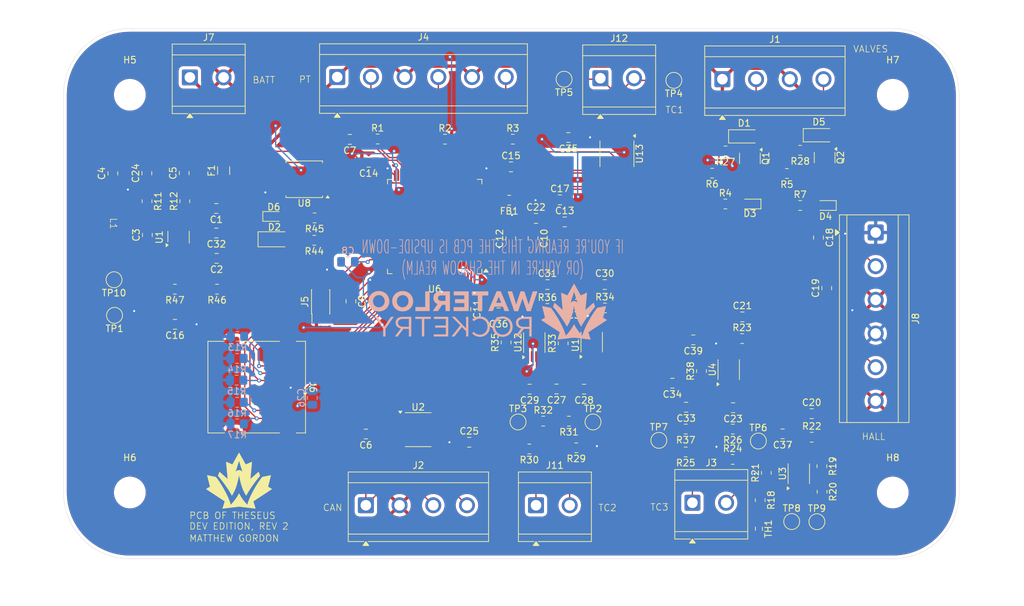
<source format=kicad_pcb>
(kicad_pcb (version 20241229) (generator "pcbnew") (generator_version "9.0")
  (layers (0 "F.Cu" signal) (2 "B.Cu" signal) (13 "F.Paste" user) (15 "B.Paste" user) (5 "F.SilkS" user "F.Silkscreen") (7 "B.SilkS" user "B.Silkscreen") (1 "F.Mask" user) (3 "B.Mask" user) (25 "Edge.Cuts" user))
  (net 0 "")
  (net 1 "GND")
  (net 2 "+BATT")
  (net 3 "+3.3V")
  (net 4 "+5V")
  (net 5 "Net-(C7-Pad1)")
  (net 6 "Net-(C8-Pad1)")
  (net 7 "Net-(U4-R2)")
  (net 8 "Net-(U6-NRST)")
  (net 9 "Net-(D1-A)")
  (net 10 "Net-(D2-A)")
  (net 11 "Net-(D3-A)")
  (net 12 "Net-(D4-A)")
  (net 13 "Net-(D5-A)")
  (net 14 "Net-(D6-A)")
  (net 15 "Net-(J7-Pin_1)")
  (net 16 "/CANH")
  (net 17 "/CANL")
  (net 18 "Net-(J3-Pin_2)")
  (net 19 "Net-(J3-Pin_1)")
  (net 20 "/MCU/PT_1")
  (net 21 "/MCU/PT_2")
  (net 22 "/MCU/PT_3")
  (net 23 "/MCU/SWCLK")
  (net 24 "/MCU/SWDIO")
  (net 25 "/MCU/SD_CMD")
  (net 26 "/MCU/SD_D1")
  (net 27 "/MCU/SD_D0")
  (net 28 "/MCU/SD_CLK")
  (net 29 "/MCU/SD_D3")
  (net 30 "/MCU/SD_D2")
  (net 31 "/MCU/HALL_2")
  (net 32 "/MCU/HALL_1")
  (net 33 "Net-(U1-SW)")
  (net 34 "Net-(Q1-G)")
  (net 35 "Net-(Q2-G)")
  (net 36 "/MCU/VALVE_1")
  (net 37 "/MCU/VALVE_2")
  (net 38 "/MCU/LED_BLUE")
  (net 39 "/MCU/LED_RED")
  (net 40 "/MCU/V_BATT")
  (net 41 "/CAN_Rx")
  (net 42 "/CAN_Tx")
  (net 48 "Net-(U1-VBST)")
  (net 56 "/MCU/SPI_SCK")
  (net 58 "/MCU/SPI_MISO")
  (net 68 "/MCU/SPI_NSS")
  (net 73 "/MCU/SPI_MOSI")
  (net 79 "Net-(U3-R2)")
  (net 91 "/MCU/MEM_~{RESET}")
  (net 99 "Net-(C21-Pad2)")
  (net 102 "Net-(U4-+)")
  (net 103 "Net-(U12-+)")
  (net 104 "Net-(U11-+)")
  (net 105 "Net-(U11-R2)")
  (net 106 "Net-(U12-R2)")
  (net 107 "Net-(U4--)")
  (net 108 "Net-(U6-VDDA)")
  (net 109 "Net-(J11-Pin_2)")
  (net 110 "Net-(J11-Pin_1)")
  (net 111 "Net-(J12-Pin_2)")
  (net 112 "Net-(J12-Pin_1)")
  (net 113 "Net-(U1-VFB)")
  (net 114 "/Temperature Sensors/RTD+")
  (net 115 "Net-(U3--)")
  (net 116 "Net-(R21-Pad1)")
  (net 117 "Net-(R21-Pad2)")
  (net 118 "Net-(R33-Pad2)")
  (net 119 "Net-(R33-Pad1)")
  (net 120 "Net-(R35-Pad1)")
  (net 121 "Net-(R35-Pad2)")
  (net 122 "Net-(R38-Pad1)")
  (net 123 "Net-(R38-Pad2)")
  (net 124 "/MCU/TC3")
  (net 125 "/MCU/TC1_SI")
  (net 126 "/MCU/TC2-")
  (net 127 "/MCU/TC2+")
  (net 128 "/MCU/TC1_SCK")
  (net 129 "/MCU/TC1_NSS")
  (footprint "Resistor_SMD:R_0805_2012Metric_Pad1.20x1.40mm_HandSolder" (layer "F.Cu") (at 185.64 70.4575)
    (property "Reference" "R23")
    (property "Value" "200k")
  )
  (footprint "Resistor_SMD:R_0805_2012Metric_Pad1.20x1.40mm_HandSolder" (layer "F.Cu") (at 188.365 94.8325 -90)
    (property "Reference" "R18")
    (property "Value" "32.4k ±0.1%")
  )
  (footprint "Resistor_SMD:R_0805_2012Metric_Pad1.20x1.40mm_HandSolder" (layer "F.Cu") (at 151.075 40.375)
    (property "Reference" "R3")
    (property "Value" "150R ±0.1%")
  )
  (footprint "TestPoint:TestPoint_Pad_D2.0mm" (layer "F.Cu") (at 91.0375 66.95 180)
    (property "Reference" "TP1")
    (property "Value" "TestPoint")
  )
  (footprint "Resistor_SMD:R_0805_2012Metric_Pad1.20x1.40mm_HandSolder" (layer "F.Cu") (at 184.24 84.1075 180)
    (property "Reference" "R26")
    (property "Value" "806R")
  )
  (footprint "Resistor_SMD:R_0805_2012Metric_Pad1.20x1.40mm_HandSolder" (layer "F.Cu") (at 100.1375 63 180)
    (property "Reference" "R47")
    (property "Value" "1M ±0.1%")
  )
  (footprint "Package_SO:SOIC-8_5.3x5.3mm_P1.27mm" (layer "F.Cu") (at 119.6375 46.42 180)
    (property "Reference" "U8")
    (property "Value" "MX25L25645G")
  )
  (footprint "Resistor_SMD:R_0805_2012Metric_Pad1.20x1.40mm_HandSolder" (layer "F.Cu") (at 189.29 90.7075 90)
    (property "Reference" "R21")
    (property "Value" "8.06k")
  )
  (footprint "MountingHole:MountingHole_4.3mm_M4" (layer "F.Cu") (at 93.35 93.675)
    (property "Reference" "H6")
    (property "Value" "MountingHole")
  )
  (footprint "Resistor_SMD:R_0805_2012Metric_Pad1.20x1.40mm_HandSolder" (layer "F.Cu") (at 121.15 55.625 180)
    (property "Reference" "R44")
    (property "Value" "169R")
  )
  (footprint "TerminalBlock_CUI:TerminalBlock_CUI_TB007-508-06_1x06_P5.08mm_Horizontal" (layer "F.Cu") (at 205.775 54.45 -90)
    (property "Reference" "J8")
    (property "Value" "TB003-500-P06BE")
  )
  (footprint "TestPoint:TestPoint_Pad_D2.0mm" (layer "F.Cu") (at 196.915 98.0825)
    (property "Reference" "TP9")
    (property "Value" "RTD2")
  )
  (footprint "Resistor_SMD:R_0805_2012Metric_Pad1.20x1.40mm_HandSolder" (layer "F.Cu") (at 183.14 42.15 180)
    (property "Reference" "R27")
    (property "Value" "1k")
  )
  (footprint "Capacitor_SMD:C_0805_2012Metric_Pad1.18x1.45mm_HandSolder" (layer "F.Cu") (at 95.913501 45.506 90)
    (property "Reference" "C24")
    (property "Value" "22u")
  )
  (footprint "Resistor_SMD:R_0805_2012Metric_Pad1.20x1.40mm_HandSolder" (layer "F.Cu") (at 177.14 84.1075 180)
    (property "Reference" "R37")
    (property "Value" "806R")
  )
  (footprint "Resistor_SMD:R_0805_2012Metric_Pad1.20x1.40mm_HandSolder" (layer "F.Cu") (at 181.115 45.5 180)
    (property "Reference" "R6")
    (property "Value" "150k")
  )
  (footprint "Capacitor_SMD:C_0805_2012Metric_Pad1.18x1.45mm_HandSolder" (layer "F.Cu") (at 158.9 52.85)
    (property "Reference" "C13")
    (property "Value" "100n")
  )
  (footprint "Capacitor_SMD:C_0805_2012Metric_Pad1.18x1.45mm_HandSolder" (layer "F.Cu") (at 198.4 62.8375 90)
    (property "Reference" "C19")
    (property "Value" "0.1u")
  )
  (footprint "Capacitor_SMD:C_0805_2012Metric_Pad1.18x1.45mm_HandSolder" (layer "F.Cu") (at 157.665 78.0575 180)
    (property "Reference" "C27")
    (property "Value" "0.047u")
  )
  (footprint "Resistor_SMD:R_0805_2012Metric_Pad1.20x1.40mm_HandSolder" (layer "F.Cu") (at 101.638501 49.731 90)
    (property "Reference" "R12")
    (property "Value" "10.2k")
  )
  (footprint "TerminalBlock_CUI:TerminalBlock_CUI_TB007-508-04_1x04_P5.08mm_Horizontal" (layer "F.Cu") (at 128.925 95.6)
    (property "Reference" "J2")
    (property "Value" "TB001-500-04BE")
  )
  (footprint "Connector_PinHeader_1.27mm:PinHeader_2x02_P1.27mm_Vertical_SMD" (layer "F.Cu") (at 122.11 64.9 90)
    (property "Reference" "J5")
    (property "Value" "Programmer GRPB022VWQS-RC")
  )
  (footprint "Capacitor_SMD:C_0805_2012Metric_Pad1.18x1.45mm_HandSolder" (layer "F.Cu") (at 185.6775 67.1825)
    (property "Reference" "C21")
    (property "Value" "0.5n")
  )
  (footprint "Capacitor_SMD:C_0805_2012Metric_Pad1.18x1.45mm_HandSolder" (layer "F.Cu") (at 164.93 62.3)
    (property "Reference" "C30")
    (property "Value" "2n")
  )
  (footprint "Package_SO:MSOP-8_3x3mm_P0.65mm" (layer "F.Cu") (at 154.315 71.0575 90)
    (property "Reference" "U12")
    (property "Value" "INA326")
  )
  (footprint "Capacitor_SMD:C_0805_2012Metric_Pad1.18x1.45mm_HandSolder" (layer "F.Cu") (at 144 66.025 -90)
    (property "Reference" "C11")
    (property "Value" "100n")
  )
  (footprint "Capacitor_SMD:C_0805_2012Metric_Pad1.18x1.45mm_HandSolder" (layer "F.Cu") (at 126.5 40.4 180)
    (property "Reference" "C7")
    (property "Value" "2.2u")
  )
  (footprint "Resistor_SMD:R_0805_2012Metric_Pad1.20x1.40mm_HandSolder" (layer "F.Cu") (at 95.938501 49.731 -90)
    (property "Reference" "R11")
    (property "Value" "33.2k")
  )
  (footprint "Capacitor_SMD:C_0805_2012Metric_Pad1.18x1.45mm_HandSolder" (layer "F.Cu") (at 154.5625 52.325)
    (property "Reference" "C22")
    (property "Value" "100n")
  )
  (footprint "Resistor_SMD:R_0805_2012Metric_Pad1.20x1.40mm_HandSolder" (layer "F.Cu") (at 194.39 50.375)
    (property "Reference" "R7")
    (property "Value" "169R")
  )
  (footprint "TestPoint:TestPoint_Pad_D2.0mm" (layer "F.Cu") (at 151.865 83.0325)
    (property "Reference" "TP3")
    (property "Value" "TC2-")
  )
  (footprint "Capacitor_SMD:C_0805_2012Metric_Pad1.18x1.45mm_HandSolder" (layer "F.Cu") (at 153.615 78.0825 180)
    (property "Reference" "C29")
    (property "Value" "0.47u")
  )
  (footprint "TestPoint:TestPoint_Pad_D2.0mm" (layer "F.Cu") (at 90.9625 61.575 180)
    (property "Reference" "TP10")
    (property "Value" "TestPoint")
  )
  (footprint "TerminalBlock_CUI:TerminalBlock_CUI_TB007-508-02_1x02_P5.08mm_Horizontal" (layer "F.Cu") (at 154.575 95.6)
    (property "Reference" "J11")
    (property "Value" "TB002-500-02BE")
  )
  (footprint "TerminalBlock_CUI:TerminalBlock_CUI_TB007-508-02_1x02_P5.08mm_Horizontal" (layer "F.Cu") (at 102.395 31.05)
    (property "Reference" "J7")
    (property "Value" "TB002-500-02BE")
  )
  (footprint "Diode_SMD:D_SOD-123" (layer "F.Cu") (at 197.215 39.775)
    (property "Reference" "D5")
    (property "Value" "1N4150-W-E3-18")
  )
  (footprint "Diode_SMD:D_0603_1608Metric_Pad1.05x0.95mm_HandSolder" (layer "F.Cu") (at 115.05 52.025)
    (property "Reference" "D6")
    (property "Value" "BLUE")
  )
  (footprint "TerminalBlock_CUI:TerminalBlock_CUI_TB007-508-06_1x06_P5.08mm_Horizontal" (layer "F.Cu") (at 124.61 31)
    (property "Reference" "J4")
    (property "Value" "TB003-500-P06BE")
  )
  (footprint "Fuse:Fuse_1206_3216Metric_Pad1.42x1.75mm_HandSolder" (layer "F.Cu") (at 107.4875 45.1125 90)
    (property "Reference" "F1")
    (property "Value" "3.5A 0685T3500-01")
  )
  (footprint "Resistor_SMD:R_0805_2012Metric_Pad1.20x1.40mm_HandSolder" (layer "F.Cu") (at 179.515 75.3575 90)
    (property "Reference" "R38")
    (property "Value" "8.06k")
  )
  (footprint "Capacitor_SMD:C_0805_2012Metric_Pad1.18x1.45mm_HandSolder" (layer "F.Cu") (at 177.2025 80.8075 180)
    (property "Reference" "C33")
    (property "Value" "0.047u")
  )
  (footprint "Capacitor_SMD:C_0805_2012Metric_Pad1.18x1.45mm_HandSolder" (layer "F.Cu") (at 144.5025 86.1)
    (property "Reference" "C25")
    (property "Value" "10u")
  )
  (footprint "TestPoint:TestPoint_Pad_D2.0mm" (layer "F.Cu") (at 173.09 85.8075)
    (property "Reference" "TP7")
    (property "Value" "TC3-")
  )
  (footprint "Capacitor_SMD:C_0805_2012Metric_Pad1.18x1.45mm_HandSolder" (layer "F.Cu") (at 101.538501 45.481 90)
    (property "Reference" "C5")
    (property "Value" "22u")
  )
  (footprint "Package_SO:SOIC-8_3.9x4.9mm_P1.27mm" (layer "F.Cu") (at 166.77 42.57 -90)
    (property "Reference" "U13")
    (property "Value" "MAX6675")
  )
  (footprint "Capacitor_SMD:C_0805_2012Metric_Pad1.18x1.45mm_HandSolder" (layer "F.Cu") (at 161.815 78.0825 180)
    (property "Reference" "C28")
    (property "Value" "0.47u")
  )
  (footprint "Package_SO:SOIC-8_3.9x4.9mm_P1.27mm" (layer "F.Cu") (at 136.815 84.195)
    (property "Reference" "U2")
    (property "Value" "MCP2562")
  )
  (footprint "Capacitor_SMD:C_0805_2012Metric_Pad1.18x1.45mm_HandSolder" (layer "F.Cu") (at 90.788501 45.531 90)
    (property "Reference" "C4")
    (property "Value" "22u")
  )
  (footprint "Resistor_SMD:R_0805_2012Metric_Pad1.20x1.40mm_HandSolder" (layer "F.Cu") (at 130.7 40.35)
    (property "Reference" "R1")
    (property "Value" "150R ±0.1%")
  )
  (footprint "Resistor_SMD:R_0805_2012Metric_Pad1.20x1.40mm_HandSolder" (layer "F.Cu") (at 121.2 52.25 180)
    (property "Reference" "R45")
    (property "Value" "169R")
  )
  (footprint "Capacitor_SMD:C_0805_2012Metric_Pad1.18x1.45mm_HandSolder" (layer "F.Cu") (at 129.35 43.85 180)
    (property "Reference" "C14")
    (property "Value" "100n")
  )
  (footprint "Resistor_SMD:R_0805_2012Metric_Pad1.20x1.40mm_HandSolder" (layer "F.Cu") (at 150.525 49.575 180)
    (property "Reference" "FB1")
    (property "Value" "FerriteBead")
  )
  (footprint "Diode_SMD:D_0603_1608Metric_Pad1.05x0.95mm_HandSolder" (layer "F.Cu") (at 198.165 50.375 180)
    (property "Reference" "D4")
    (property "Value" "GREEN")
  )
  (footprint "Capacitor_SMD:C_0805_2012Metric_Pad1.18x1.45mm_HandSolder" (layer "F.Cu") (at 106.3875 54.525 180)
    (property "Reference" "C32")
    (property "Value" "10u")
  )
  (footprint "TestPoint:TestPoint_Pad_D2.0mm" (layer "F.Cu") (at 193.115 98.0575)
    (property "Reference" "TP8")
    (property "Value" "RTD1")
  )
  (footprint "Package_SO:MSOP-8_3x3mm_P0.65mm" (layer "F.Cu") (at 162.965 70.9825 90)
    (property "Reference" "U11")
    (property "Value" "INA326")
  )
  (footprint "Resistor_SMD:R_0805_2012Metric_Pad1.20x1.40mm_HandSolder" (layer "F.Cu") (at 197.69 93.5575 -90)
    (property "Reference" "R20")
    (property "Value" "100R ±0.1%")
  )
  (footprint "Capacitor_SMD:C_0805_2012Metric_Pad1.18x1.45mm_HandSolder" (layer "F.Cu") (at 148.925 66.575 180)
    (property "Reference" "C36")
    (property "Value" "0.1u")
  )
  (footprint "Resistor_SMD:R_0805_2012Metric_Pad1.20x1.40mm_HandSolder" (layer "F.Cu") (at 196.14 85.3325)
    (property "Reference" "R22")
    (property "Value" "200k")
  )
  (footprint "Resistor_SMD:R_0805_2012Metric_Pad1.20x1.40mm_HandSolder" (layer "F.Cu") (at 177.14 87.5575 180)
    (property "Reference" "R25")
    (property "Value" "1M ±0.1%")
  )
  (footprint "Resistor_SMD:R_0805_2012Metric_Pad1.20x1.40mm_HandSolder" (layer "F.Cu") (at 160.64 86.9325 180)
    (property "Reference" "R29")
    (property "Value" "10M ±1%")
  )
  (footprint "Capacitor_SMD:C_0805_2012Metric_Pad1.18x1.45mm_HandSolder" (layer "F.Cu") (at 197.15 55.2125 -90)
    (property "Reference" "C18")
    (property "Value" "0.1u")
  )
  (footprint "Diode_SMD:D_0603_1608Metric_Pad1.05x0.95mm_HandSolder" (layer "F.Cu") (at 186.815 50.15 180)
    (property "Reference" "D3")
    (property "Value" "GREEN")
  )
  (footprint "Fydp_footprints:SPM6530T-2R2M" (layer "F.Cu") (at 90.713501 53.031 -90)
    (property "Reference" "L1")
    (property "Value" "2.2u")
  )
  (footprint "Capacitor_SMD:C_0805_2012Metric_Pad1.18x1.45mm_HandSolder" (layer "F.Cu") (at 184.2775 80.8825 180)
    (property "Reference" "C23")
    (property "Value" "0.47u")
  )
  (footprint "Diode_SMD:D_1206_3216Metric_Pad1.42x1.75mm_HandSolder" (layer "F.Cu") (at 115.1375 55.475)
    (property "Reference" "D2")
    (property "Value" "WHITE")
  )
  (footprint "Package_TO_SOT_SMD:SOT-23-6_Handsoldering" (layer "F.Cu") (at 100.688501 55.156 90)
    (property "Reference" "U1")
    (property "Value" "TPS565201DDC")
  )
  (footprint "Capacitor_SMD:C_0805_2012Metric_Pad1.18x1.45mm_HandSolder" (layer "F.Cu") (at 126.675 64.825 -90)
    (property "Reference" "C9")
    (property "Value" "100n")
  )
  (footprint "Resistor_SMD:R_0805_2012Metric_Pad1.20x1.40mm_HandSolder" (layer "F.Cu") (at 159.54 82.9075 180)
    (property "Reference" "R31")
    (property "Value" "806R")
  )
  (footprint "Resistor_SMD:R_0805_2012Metric_Pad1.20x1.40mm_HandSolder" (layer "F.Cu") (at 192.39 45.55 180)
    (property "Reference" "R5")
    (property "Value" "150k")
  )
  (footprint "Tutorial_Footprints:Logo_SilkScreen_10mm" (layer "F.Cu") (at 109.8 91.875)
    (property "Reference" "G***" (hide yes))
    (property "Value" "LOGO" (hide yes))
  )
  (footprint "Package_TO_SOT_SMD:SOT-23-3" (layer "F.Cu") (at 186.815 43.2625 -90)
    (property "Reference" "Q1")
    (property "Value" "NX3020NAK,215")
  )
  (footprint "MountingHole:MountingHole_4.3mm_M4" (layer "F.Cu") (at 208.35 93.675)
    (property "Reference" "H8")
    (property "Value" "MountingHole")
  )
  (footprint "TestPoint:TestPoint_Pad_D2.0mm" (layer "F.Cu") (at 158.8 31.325 180)
    (property "Reference" "TP5")
    (property "Value" "TC1-")
  )
  (footprint "TestPoint:TestPoint_Pad_D2.0mm" (layer "F.Cu") (at 163.165 83.0325)
    (property "Reference" "TP2")
    (property "Value" "TC2+")
  )
  (footprint "Package_SO:MSOP-8_3x3mm_P0.65mm" (layer "F.Cu") (at 183.615 75.1325 90)
    (property "Reference" "U4")
    (property "Value" "INA326")
  )
  (footprint "TestPoint:TestPoint_Pad_D2.0mm" (layer "F.Cu") (at 188.09 85.9075)
    (property "Reference" "TP6")
    (property "Value" "TC3+")
  )
  (footprint "Capacitor_SMD:C_0805_2012Metric_Pad1.18x1.45mm_HandSolder" (layer "F.Cu") (at 150.775 55.3625 90)
    (property "Reference" "C12")
    (property "Value" "100n")
  )
  (footprint "MountingHole:MountingHole_4.3mm_M4" (layer "F.Cu") (at 93.35 33.675)
    (property "Reference" "H5")
    (property "Value" "MountingHole")
  )
  (footprint "Resistor_SMD:R_0805_2012Metric_Pad1.20x1.40mm_HandSolder" (layer "F.Cu") (at 155.665 82.9075)
    (property "Reference" "R32")
    (property "Value" "806R")
  )
  (footprint "Resistor_SMD:R_0805_2012Metric_Pad1.20x1.40mm_HandSolder" (layer "F.Cu") (at 153.565 87.1075 180)
    (property "Reference" "R30")
    (property "Value" "1M ±0.1%")
  )
  (footprint "Capacitor_SMD:C_0805_2012Metric_Pad1.18x1.45mm_HandSolder" (layer "F.Cu") (at 100.15 68.3 180)
    (property "Reference" "C16")
    (property "Value" "4.7u")
  )
  (footprint "TerminalBlock_CUI:TerminalBlock_CUI_TB007-508-04_1x04_P5.08mm_Horizontal" (layer "F.Cu") (at 182.665 31.325)
    (property "Reference" "J1")
    (property "Value" "TB001-500-04BE")
  )
  (footprint "Resistor_SMD:R_0603_1608Metric_Pad0.98x0.95mm_HandSolder" (layer "F.Cu") (at 188.165 99.145 -90)
    (property "Reference" "TH1")
    (property "Value" "PTS060301B100RP100")
  )
  (footprint "Resistor_SMD:R_0805_2012Metric_Pad1.20x1.40mm_HandSolder" (layer "F.Cu") (at 140.85 40.375)
    (property "Reference" "R2")
    (property "Value" "150R ±0.1%")
  )
  (footprint "Capacitor_SMD:C_0805_2012Metric_Pad1.18x1.45mm_HandSolder" (layer "F.Cu") (at 95.988501 54.831 90)
    (property "Reference" "C3")
    (property "Value" "100n")
  )
  (footprint "Capacitor_SMD:C_0805_2012Metric_Pad1.18x1.45mm_HandSolder" (layer "F.Cu") (at 154.125 55.3375 -90)
    (property "Reference" "C10")
    (property "Value" "100n")
  )
  (footprint "Resistor_SMD:R_0805_2012Metric_Pad1.20x1.40mm_HandSolder" (layer "F.Cu") (at 197.665 89.7075 -90)
    (property "Reference" "R19")
    (property "Value" "32.4k ±0.1%")
  )
  (footprint "Resistor_SMD:R_0805_2012Metric_Pad1.20x1.40mm_HandSolder" (layer "F.Cu") (at 194.39 42.05 180)
    (property "Reference" "R28")
    (property "Value" "1k")
  )
  (footprint "Capacitor_SMD:C_0805_2012Metric_Pad1.18x1.45mm_HandSolder" (layer "F.Cu") (at 128.9275 84.85 180)
    (property "Reference" "C6")
    (property "Value" "10u")
  )
  (footprint "MountingHole:MountingHole_4.3mm_M4" (layer "F.Cu") (at 208.35 33.675)
    (property "Reference" "H7")
    (property "Value" "MountingHole")
  )
  (footprint "Package_TO_SOT_SMD:SOT-23-3" (layer "F.Cu") (at 198.0775 43.15 -90)
    (property "Reference" "Q2")
    (property "Value" "NX3020NAK,215")
  )
  (footprint "Capacitor_SMD:C_0805_2012Metric_Pad1.18x1.45mm_HandSolder" (layer "F.Cu") (at 158.175 49.525)
    (property "Reference" "C17")
    (property "Value" "1n")
  )
  (footprint "Resistor_SMD:R_0805_2012Metric_Pad1.20x1.40mm_HandSolder" (layer "F.Cu") (at 184.215 88.6825)
    (property "Reference" "R24")
    (property "Value" "1M ±0.1%")
  )
  (footprint "TerminalBlock_CUI:TerminalBlock_CUI_TB007-508-02_1x02_P5.08mm_Horizontal" (layer "F.Cu") (at 164.27 31.175)
    (property "Reference" "J12")
    (property "Value" "TB002-500-02BE")
  )
  (footprint "Connector_Card:microSD_HC_Molex_47219-2001" (layer "F.Cu") (at 112.4718 77.781 -90)
    (property "Reference" "J6")
    (property "Value" "Micro SD Holder 0472192001")
  )
  (footprint "Resistor_SMD:R_0805_2012Metric_Pad1.20x1.40mm_HandSolder" (layer "F.Cu") (at 183.115 50.15)
    (property "Reference" "R4")
    (property "Value" "169R")
  )
  (footprint "Capacitor_SMD:C_0805_2012Metric_Pad1.18x1.45mm_HandSolder" (layer "F.Cu") (at 156.3025 62.3075)
    (property "Reference" "C31")
    (property "Value" "2n")
  )
  (footprint "Resistor_SMD:R_0805_2012Metric_Pad1.20x1.40mm_HandSolder" (layer "F.Cu") (at 164.965 65.8325)
    (property "Reference" "R34")
    (property "Value" "80.6k")
  )
  (footprint "Resistor_SMD:R_0805_2012Metric_Pad1.20x1.40mm_HandSolder" (layer "F.Cu") (at 150.065 71.0325 90)
    (property "Reference" "R35")
    (property "Value" "20k")
  )
  (footprint "Resistor_SMD:R_0805_2012Metric_Pad1.20x1.40mm_HandSolder" (layer "F.Cu") (at 156.29 65.9075)
    (property "Reference" "R36")
    (property "Value" "80.6k")
  )
  (footprint "TestPoint:TestPoint_Pad_D2.0mm" (layer "F.Cu") (at 175.35 31.5 180)
    (property "Reference" "TP4")
    (property "Value" "TC1+")
  )
  (footprint "Capacitor_SMD:C_0805_2012Metric_Pad1.18x1.45mm_HandSolder" (layer "F.Cu") (at 106.3875 50.825 180)
    (property "Reference" "C1")
    (property "Value" "10u")
  )
  (footprint "Capacitor_SMD:C_0805_2012Metric_Pad1.18x1.45mm_HandSolder" (layer "F.Cu") (at 191.75 84.825 180)
    (property "Reference" "C37")
    (property "Value" "0.1u")
  )
  (footprint "Capacitor_SMD:C_0805_2012Metric_Pad1.18x1.45mm_HandSolder" (layer "F.Cu") (at 159.45 40.125 180)
    (property "Reference" "C35")
    (property "Value" "0.1u")
  )
  (footprint "Resistor_SMD:R_0805_2012Metric_Pad1.20x1.40mm_HandSolder" (layer "F.Cu") (at 158.665 71.1825 90)
    (property "Reference" "R33")
    (property "Value" "20k")
  )
  (footprint "Capacitor_SMD:C_0805_2012Metric_Pad1.18x1.45mm_HandSolder" (layer "F.Cu") (at 160.75 65.25 180)
    (property "Reference" "C38")
    (property "Value" "0.1u")
  )
  (footprint "Package_QFP:LQFP-100_14x14mm_P0.5mm" (layer "F.Cu") (at 139.3 53.55 180)
    (property "Reference" "U6")
    (property "Value" "STM32H750VBTx")
  )
  (footprint "Capacitor_SMD:C_0805_2012Metric_Pad1.18x1.45mm_HandSolder" (layer "F.Cu") (at 178.275 70.65 180)
    (property "Reference" "C39")
    (property "Value" "0.1u")
  )
  (footprint "Package_SO:MSOP-8_3x3mm_P0.65mm" (layer "F.Cu") (at 194.19 90.8325 90)
    (property "Reference" "U3")
    (property "Value" "INA326")
  )
  (footprint "Capacitor_SMD:C_0805_2012Metric_Pad1.18x1.45mm_HandSolder" (layer "F.Cu") (at 196.1275 81.7825)
    (property "Reference" "C20")
    (property "Value" "0.5n")
  )
  (footprint "Diode_SMD:D_SOD-123" (layer "F.Cu") (at 185.965 39.95)
    (property "Reference" "D1")
    (property "Value" "1N4150-W-E3-18")
  )
  (footprint "Capacitor_SMD:C_0805_2012Metric_Pad1.18x1.45mm_HandSolder" (layer "F.Cu") (at 175.1275 77.1825 180)
    (property "Reference" "C34")
    (property "Value" "0.47u")
  )
  (footprint "Capacitor_SMD:C_0805_2012Metric_Pad1.18x1.45mm_HandSolder" (layer "F.Cu") (at 150.8 44.55)
    (property "Reference" "C15")
    (property "Value" "100n")
  )
  (footprint "Capacitor_SMD:C_0805_2012Metric_Pad1.18x1.45mm_HandSolder" (layer "F.Cu") (at 106.425 58.35 180)
    (property "Reference" "C2")
    (property "Value" "100n")
  )
  (footprint "Resistor_SMD:R_0805_2012Metric_Pad1.20x1.40mm_HandSolder" (layer "F.Cu") (at 106.4875 63 180)
    (property "Reference" "R46")
    (property "Value" "3M ±1%")
  )
  (footprint "TerminalBlock_CUI:TerminalBlock_CUI_TB007-508-02_1x02_P5.08mm_Horizontal" (layer "F.Cu") (at 178.15 95.225)
    (property "Reference" "J3")
    (property "Value" "TB002-500-02BE")
  )
  (footprint "Capacitor_SMD:C_0805_2012Metric_Pad1.18x1.45mm_HandSolder" (layer "B.Cu") (at 126.225 58.875 180)
    (property "Reference" "C8")
    (property "Value" "2.2u")
  )
  (footprint "Resistor_SMD:R_0805_2012Metric_Pad1.20x1.40mm_HandSolder" (layer "B.Cu") (at 109.525 83.325)
    (property "Reference" "R17")
    (property "Value" "50k")
  )
  (footprint "Tutorial_Footprints:Logo_Horizontal_Silkscreen_10mm" (layer "B.Cu") (at 147.3 66.375 180)
    (property "Reference" "G***" (hide yes))
    (property "Value" "LOGO" (hide yes))
  )
  (footprint "Capacitor_SMD:C_0805_2012Metric_Pad1.18x1.45mm_HandSolder" (layer "B.Cu") (at 120.85 79.4 -90)
    (property "Reference" "C26")
    (property "Value" "10u")
  )
  (footprint "Resistor_SMD:R_0805_2012Metric_Pad1.20x1.40mm_HandSolder" (layer "B.Cu") (at 109.45 76.725)
    (property "Reference" "R15")
    (property "Value" "50k")
  )
  (footprint "Resistor_SMD:R_0805_2012Metric_Pad1.20x1.40mm_HandSolder" (layer "B.Cu") (at 109.575 70.125)
    (property "Reference" "R13")
    (property "Value" "50k")
  )
  (footprint "Resistor_SMD:R_0805_2012Metric_Pad1.20x1.40mm_HandSolder" (layer "B.Cu") (at 109.525 80.075)
    (property "Reference" "R16")
    (property "Value" "50k")
  )
  (footprint "Resistor_SMD:R_0805_2012Metric_Pad1.20x1.40mm_HandSolder" (layer "B.Cu") (at 109.5 73.45)
    (property "Reference" "R14")
    (property "Value" "50k")
  )
  (gr_line (start 208.35 103.675) (end 93.35 103.675) (stroke (width 0.05)) (layer "Edge.Cuts"))
  (gr_arc (start 83.35 33.675) (mid 86.278932 26.603932) (end 93.35 23.675) (stroke (width 0.05)) (layer "Edge.Cuts"))
  (gr_line (start 93.35 23.675) (end 208.35 23.675) (stroke (width 0.05)) (layer "Edge.Cuts"))
  (gr_line (start 218.35 33.675) (end 218.35 93.675) (stroke (width 0.05)) (layer "Edge.Cuts"))
  (gr_arc (start 208.35 23.675) (mid 215.421068 26.603932) (end 218.35 33.675) (stroke (width 0.05)) (layer "Edge.Cuts"))
  (gr_arc (start 93.35 103.675) (mid 86.278932 100.746068) (end 83.35 93.675) (stroke (width 0.05)) (layer "Edge.Cuts"))
  (gr_arc (start 218.35 93.675) (mid 215.421068 100.746068) (end 208.35 103.675) (stroke (width 0.05)) (layer "Edge.Cuts"))
  (gr_line (start 83.35 93.675) (end 83.35 33.675) (stroke (width 0.05)) (layer "Edge.Cuts"))
  (gr_text "MATTHEW GORDON" (at 102.25 101.175 0) (layer "F.SilkS") (effects (font (size 1 1) (thickness 0.1)) (justify left bottom)))
  (gr_text "CAN" (at 122.4 96.55 0) (layer "F.SilkS") (effects (font (size 1 1) (thickness 0.1)) (justify left bottom)))
  (gr_text "HALL" (at 203.625 85.825 0) (layer "F.SilkS") (effects (font (size 1 1) (thickness 0.1)) (justify left bottom)))
  (gr_text "PCB OF THESEUS\nDEV EDITION, REV 2" (at 102.25 99.35 0) (layer "F.SilkS") (effects (font (size 1 1) (thickness 0.1)) (justify left bottom)))
  (gr_text "BATT" (at 111.8 32.025 0) (layer "F.SilkS") (effects (font (size 1 1) (thickness 0.1)) (justify left bottom)))
  (gr_text "VALVES" (at 202.325 27.35 0) (layer "F.SilkS") (effects (font (size 1 1) (thickness 0.1)) (justify left bottom)))
  (gr_text "TC3" (at 171.75 96.475 0) (layer "F.SilkS") (effects (font (size 1 1) (thickness 0.1)) (justify left bottom)))
  (gr_text "PT" (at 118.8 31.95 0) (layer "F.SilkS") (effects (font (size 1 1) (thickness 0.1)) (justify left bottom)))
  (gr_text "TC2" (at 163.925 96.575 0) (layer "F.SilkS") (effects (font (size 1 1) (thickness 0.1)) (justify left bottom)))
  (gr_text "TC1" (at 174.025 36.525 0) (layer "F.SilkS") (effects (font (size 1 1) (thickness 0.1)) (justify left bottom)))
  (gr_text "IF YOU'RE READING THIS THE PCB IS UPSIDE-DOWN\n(OR YOU'RE IN THE SHADOW REALM)" (at 148.05 61 0) (layer "B.SilkS") (effects (font (size 2 1) (thickness 0.1)) (justify bottom mirror)))
  (segment (start 145.3 45.875) (end 146.75 45.875) (width 0.2) (layer "F.Cu") (net 1))
  (segment (start 137.114 84.749) (end 136.6025 84.2375) (width 0.2) (layer "F.Cu") (net 1))
  (segment (start 146.975 50.55) (end 146.141176 50.55) (width 0.2) (layer "F.Cu") (net 1))
  (segment (start 146.141176 50.55) (end 143.575 53.116176) (width 0.2) (layer "F.Cu") (net 1))
  (segment (start 126.675 65.8625) (end 127.9875 65.8625) (width 0.2) (layer "F.Cu") (net 1))
  (segment (start 134.005 95.6) (end 137.114 92.491) (width 0.2) (layer "F.Cu") (net 1))
  (segment (start 152.075 40.375) (end 155.475 40.375) (width 0.2) (layer "F.Cu") (net 1))
  (segment (start 146.975 55.05) (end 146.141176 55.05) (width 0.2) (layer "F.Cu") (net 1))
  (segment (start 196.915 98.0825) (end 194.94 100.0575) (width 0.2) (layer "F.Cu") (net 1))
  (segment (start 129.0375 64.8125) (end 129.05 64.8) (width 0.2) (layer "F.Cu") (net 1))
  (segment (start 141.85 38.8) (end 141.85 38.775) (width 0.2) (layer "F.Cu") (net 1))
  (segment (start 127.0125 42.55) (end 128.3125 43.85) (width 0.2) (layer "F.Cu") (net 1))
  (segment (start 163.02113 71.9815) (end 163.638999 71.9815) (width 0.2) (layer "F.Cu") (net 1))
  (segment (start 117.419 70.906) (end 119.5375 68.7875) (width 0.2) (layer "F.Cu") (net 1))
  (segment (start 136.6275 84.2375) (end 136.6025 84.2375) (width 0.2) (layer "F.Cu") (net 1))
  (segment (start 129.4 60.4) (end 129.375 60.425) (width 0.2) (layer "F.Cu") (net 1))
  (segment (start 143.575 59.7) (end 144.15 59.7) (width 0.2) (layer "F.Cu") (net 1))
  (segment (start 154.125 71.225) (end 155.29 72.39) (width 0.2) (layer "F.Cu") (net 1))
  (segment (start 146.141176 55.05) (end 143.575 57.616176) (width 0.2) (layer "F.Cu") (net 1))
  (segment (start 162.64 73.095) (end 162.64 73.82737) (width 0.2) (layer "F.Cu") (net 1))
  (segment (start 133.8 45.041176) (end 133.8 45.875) (width 0.2) (layer "F.Cu") (net 1))
  (segment (start 136.6025 84.2375) (end 136.095001 83.730001) (width 0.2) (layer "F.Cu") (net 1))
  (segment (start 130.75 59.05) (end 129.4 60.4) (width 0.2) (layer "F.Cu") (net 1))
  (segment (start 145.3 51.391176) (end 143.575 53.116176) (width 0.2) (layer "F.Cu") (net 1))
  (segment (start 117.1718 70.906) (end 117.419 70.906) (width 0.2) (layer "F.Cu") (net 1))
  (segment (start 119.5375 68.7875) (end 121.475 66.85) (width 0.2) (layer "F.Cu") (net 1))
  (segment (start 153.7875 46.5) (end 160.85 46.5) (width 0.2) (layer "F.Cu") (net 1))
  (segment (start 146.75 45.875) (end 147.375 46.5) (width 0.2) (layer "F.Cu") (net 1))
  (segment (start 136.095001 83.730001) (end 134.510001 83.730001) (width 0.2) (layer "F.Cu") (net 1))
  (segment (start 162.64 73.82737) (end 162.25887 74.2085) (width 0.2) (layer "F.Cu") (net 1))
  (segment (start 144.849 60.399) (end 144.849 61.075) (width 0.2) (layer "F.Cu") (net 1))
  (segment (start 155.29 72.39) (end 155.29 73.17) (width 0.2) (layer "F.Cu") (net 1))
  (segment (start 155.475 40.375) (end 158.1625 40.375) (width 0.2) (layer "F.Cu") (net 1))
  (segment (start 162.25887 74.2085) (end 156.3285 74.2085) (width 0.2) (layer "F.Cu") (net 1))
  (segment (start 144.15 59.7) (end 144.849 60.399) (width 0.2) (layer "F.Cu") (net 1))
  (segment (start 141.85 40.375) (end 141.85 38.8) (width 0.2) (layer "F.Cu") (net 1))
  (segment (start 133.475 44.325) (end 133.475 44.716176) (width 0.2) (layer "F.Cu") (net 1))
  (segment (start 147.375 46.5) (end 153.7875 46.5) (width 0.2) (layer "F.Cu") (net 1))
  (segment (start 162.64 72.36263) (end 163.02113 71.9815) (width 0.2) (layer "F.Cu") (net 1))
  (segment (start 123.225 44.515) (end 119.685 44.515) (width 0.2) (layer "F.Cu") (net 1))
  (segment (start 156.3285 74.2085) (end 155.29 73.17) (width 0.2) (layer "F.Cu") (net 1))
  (segment (start 142.3 61.225) (end 142.3 60.391176) (width 0.2) (layer "F.Cu") (net 1))
  (segment (start 186.815 44.4) (end 184.175 44.4) (width 0.2) (layer "F.Cu") (net 1))
  (segment (start 151.8375 44.55) (end 153.7875 46.5) (width 0.2) (layer "F.Cu") (net 1))
  (segment (start 143.575 53.116176) (end 143.575 57.616176) (width 0.2) (layer "F.Cu") (net 1))
  (segment (start 194.94 100.0575) (end 188.165 100.0575) (width 0.2) (layer "F.Cu") (net 1))
  (segment (start 139.29 82.29) (end 138.575 82.29) (width 0.2) (layer "F.Cu") (net 1))
  (segment (start 127.9875 65.8625) (end 129.0375 64.8125) (width 0.2) (layer "F.Cu") (net 1))
  (segment (start 153.99 71.36) (end 154.125 71.225) (width 0.2) (layer "F.Cu") (net 1))
  (segment (start 134.510001 83.730001) (end 134.34 83.56) (width 0.2) (layer "F.Cu") (net 1))
  (segment (start 137.114 92.491) (end 137.114 84.749) (width 0.2) (layer "F.Cu") (net 1))
  (segment (start 138.575 82.29) (end 136.6275 84.2375) (width 0.2) (layer "F.Cu") (net 1))
  (segment (start 153.99 73.17) (end 153.99 71.36) (width 0.2) (layer "F.Cu") (net 1))
  (segment (start 119.685 44.515) (end 119.15 45.05) (width 0.2) (layer "F.Cu") (net 1))
  (segment (start 158.1625 40.375) (end 158.4125 40.125) (width 0.2) (layer "F.Cu") (net 1))
  (segment (start 142.991176 59.7) (end 143.575 59.7) (width 0.2) (layer "F.Cu") (net 1))
  (segment (start 119.15 45.05) (end 119.1 45.1) (width 0.2) (layer "F.Cu") (net 1))
  (segment (start 133.475 44.325) (end 133.425 44.275) (width 0.2) (layer "F.Cu") (net 1))
  (segment (start 131.625 59.05) (end 130.75 59.05) (width 0.2) (layer "F.Cu") (net 1))
  (segment (start 142.3 60.391176) (end 142.991176 59.7) (width 0.2) (layer "F.Cu") (net 1))
  (segment (start 162.64 73.095) (end 162.64 72.36263) (width 0.2) (layer "F.Cu") (net 1))
  (segment (start 163.638999 71.9815) (end 163.94 72.282501) (width 0.2) (layer "F.Cu") (net 1))
  (segment (start 126.825 42.55) (end 127.0125 42.55) (width 0.2) (layer "F.Cu") (net 1))
  (segment (start 163.94 72.282501) (end 163.94 73.095) (width 0.2) (layer "F.Cu") (net 1))
  (segment (start 133.475 44.716176) (end 133.8 45.041176) (width 0.2) (layer "F.Cu") (net 1))
  (segment (start 143.575 57.616176) (end 143.575 59.7) (width 0.2) (layer "F.Cu") (net 1))
  (via (at 118.625 80.625) (size 0.6) (drill 0.3) (layers "F.Cu" "B.Cu") (net 1))
  (via (at 184.175 44.4) (size 0.6) (drill 0.3) (layers "F.Cu" "B.Cu") (net 1))
  (via (at 167.85 42.35) (size 0.6) (drill 0.3) (layers "F.Cu" "B.Cu") (net 1))
  (via (at 153.175 75.4) (size 0.6) (drill 0.3) (layers "F.Cu" "B.Cu") (net 1))
  (via (at 143.575 59.7) (size 0.6) (drill 0.3) (layers "F.Cu" "B.Cu") (net 1))
  (via (at 180.45 43.525) (size 0.6) (drill 0.3) (layers "F.Cu" "B.Cu") (net 1))
  (via (at 160.85 46.5) (size 0.6) (drill 0.3) (layers "F.Cu" "B.Cu") (net 1))
  (via (at 141.6 27.95) (size 0.6) (drill 0.3) (layers "F.Cu" "B.Cu") (net 1))
  (via (at 129.4 60.4) (size 0.6) (drill 0.3) (layers "F.Cu" "B.Cu") (net 1))
  (via (at 129.0375 64.8125) (size 0.6) (drill 0.3) (layers "F.Cu" "B.Cu") (net 1))
  (via (at 154.125 71.225) (size 0.6) (drill 0.3) (layers "F.Cu" "B.Cu") (net 1))
  (via (at 115.325 38.35) (size 0.6) (drill 0.3) (layers "F.Cu" "B.Cu") (net 1))
  (via (at 131.4 68.35) (size 0.6) (drill 0.3) (layers "F.Cu" "B.Cu") (net 1))
  (via (at 119.15 45.05) (size 0.6) (drill 0.3) (layers "F.Cu" "B.Cu") (net 1))
  (via (at 146.425 61.575) (size 0.6) (drill 0.3) (layers "F.Cu" "B.Cu") (net 1))
  (via (at 160.925 49.05) (size 0.6) (drill 0.3) (layers "F.Cu" "B.Cu") (net 1))
  (via (at 119.5375 68.7875) (size 0.6) (drill 0.3) (layers "F.Cu" "B.Cu") (net 1))
  (via (at 126.825 42.55) (size 0.6) (drill 0.3) (layers "F.Cu" "B.Cu") (net 1))
  (via (at 133.175 42.175) (size 0.6) (drill 0.3) (layers "F.Cu" "B.Cu") (net 1))
  (via (at 133.9 48) (size 0.6) (drill 0.3) (layers "F.Cu" "B.Cu") (net 1))
  (via (at 141.85 38.8) (size 0.6) (drill 0.3) (layers "F.Cu" "B.Cu") (net 1))
  (via (at 155.475 40.375) (size 0.6) (drill 0.3) (layers "F.Cu" "B.Cu") (net 1))
  (via (at 133.475 44.325) (size 0.6) (drill 0.3) (layers "F.Cu" "B.Cu") (net 1))
  (segment (start 141.85 38.8) (end 141.85 28.2) (width 0.2) (layer "B.Cu") (net 1))
  (segment (start 160.85 48.975) (end 160.925 49.05) (width 0.2) (layer "B.Cu") (net 1))
  (segment (start 115.325 38.35) (end 115.325 41.225) (width 0.2) (layer "B.Cu") (net 1))
  (segment (start 125.1875 58.875) (end 127.5625 61.25) (width 0.2) (layer "B.Cu") (net 1))
  (segment (start 126.825 42.55) (end 132.8 42.55) (width 0.2) (layer "B.Cu") (net 1))
  (segment (start 118.8125 80.4375) (end 118.625 80.625) (width 0.2) (layer "B.Cu") (net 1))
  (segment (start 132.8 42.55) (end 133.175 42.175) (width 0.2) (layer "B.Cu") (net 1))
  (segment (start 160.975 42.35) (end 167.85 42.35) (width 0.2) (layer "B.Cu") (net 1))
  (segment (start 129.0375 65.9875) (end 131.4 68.35) (width 0.2) (layer "B.Cu") (net 1))
  (segment (start 129.0375 64.8125) (end 129.0375 65.9875) (width 0.2) (layer "B.Cu") (net 1))
  (segment (start 120.85 80.4375) (end 118.8125 80.4375) (width 0.2) (layer "B.Cu") (net 1))
  (segment (start 115.325 41.225) (end 119.15 45.05) (width 0.2) (layer "B.Cu") (net 1))
  (segment (start 154.125 71.225) (end 154.125 74.45) (width 0.2) (layer "B.Cu") (net 1))
  (segment (start 132.95 43.8) (end 132.95 42.4) (width 0.2) (layer "B.Cu") (net 1))
  (segment (start 154.125 74.45) (end 153.175 75.4) (width 0.2) (layer "B.Cu") (net 1))
  (segment (start 133.475 44.325) (end 133.475 47.575) (width 0.2) (layer "B.Cu") (net 1))
  (segment (start 155.475 40.375) (end 157.45 42.35) (width 0.2) (layer "B.Cu") (net 1))
  (segment (start 132.95 42.4) (end 133.175 42.175) (width 0.2) (layer "B.Cu") (net 1))
  (segment (start 143.575 59.7) (end 145.45 61.575) (width 0.2) (layer "B.Cu") (net 1))
  (segment (start 160.85 42.475) (end 160.975 42.35) (width 0.2) (layer "B.Cu") (net 1))
  (segment (start 160.85 46.5) (end 160.85 48.975) (width 0.2) (layer "B.Cu") (net 1))
  (segment (start 180.45 43.525) (end 183.3 43.525) (width 0.2) (layer "B.Cu") (net 1))
  (segment (start 133.475 44.325) (end 132.95 43.8) (width 0.2) (layer "B.Cu") (net 1))
  (segment (start 129.4 60.4) (end 128.55 61.25) (width 0.2) (layer "B.Cu") (net 1))
  (segment (start 157.45 42.35) (end 160.975 42.35) (width 0.2) (layer "B.Cu") (net 1))
  (segment (start 183.3 43.525) (end 184.175 44.4) (width 0.2) (layer "B.Cu") (net 1))
  (segment (start 133.475 47.575) (end 133.9 48) (width 0.2) (layer "B.Cu") (net 1))
  (segment (start 160.85 46.5) (end 160.85 42.475) (width 0.2) (layer "B.Cu") (net 1))
  (segment (start 141.85 28.2) (end 141.6 27.95) (width 0.2) (layer "B.Cu") (net 1))
  (segment (start 119.5375 68.7875) (end 130.9625 68.7875) (width 0.2) (layer "B.Cu") (net 1))
  (segment (start 130.9625 68.7875) (end 131.4 68.35) (width 0.2) (layer "B.Cu") (net 1))
  (segment (start 128.55 64.325) (end 129.0375 64.8125) (width 0.2) (layer "B.Cu") (net 1))
  (segment (start 128.55 61.25) (end 128.55 64.325) (width 0.2) (layer "B.Cu") (net 1))
  (segment (start 127.5625 61.25) (end 128.55 61.25) (width 0.2) (layer "B.Cu") (net 1))
  (segment (start 145.45 61.575) (end 146.425 61.575) (width 0.2) (layer "B.Cu") (net 1))
  (segment (start 107.425 46.6625) (end 107.4875 46.6) (width 0.2) (layer "F.Cu") (net 2))
  (segment (start 124.61 31) (end 126.261 29.349) (width 0.5) (layer "F.Cu") (net 2))
  (segment (start 184.316 29.674) (end 191.174 29.674) (width 0.5) (layer "F.Cu") (net 2))
  (segment (start 146.581 29.349) (end 180.689 29.349) (width 0.5) (layer "F.Cu") (net 2))
  (segment (start 182.665 31.325) (end 182.665 38.3) (width 0.5) (layer "F.Cu") (net 2))
  (segment (start 102.633502 57.075) (end 102.633502 56.321002) (width 0.2) (layer "F.Cu") (net 2))
  (segment (start 107.4625 61.4) (end 104.35 61.4) (width 0.2) (layer "F.Cu") (net 2))
  (segment (start 126.261 29.349) (end 133.119 29.349) (width 0.5) (layer "F.Cu") (net 2))
  (segment (start 195.565 34.065) (end 195.565 39.775) (width 0.5) (layer "F.Cu") (net 2))
  (segment (start 107.425 54.525) (end 107.425 58.3125) (width 0.5) (layer "F.Cu") (net 2))
  (segment (start 101.663501 56.531) (end 101.638501 56.506) (width 0.2) (layer "F.Cu") (net 2))
  (segment (start 107.425 58.3125) (end 107.4625 58.35) (width 0.2) (layer "F.Cu") (net 2))
  (segment (start 109.01 46.6) (end 107.4875 46.6) (width 0.5) (layer "F.Cu") (net 2))
  (segment (start 182.665 31.325) (end 184.316 29.674) (width 0.5) (layer "F.Cu") (net 2))
  (segment (start 192.825 31.325) (end 195.565 34.065) (width 0.5) (layer "F.Cu") (net 2))
  (segment (start 144.93 31) (end 146.581 29.349) (width 0.5) (layer "F.Cu") (net 2))
  (segment (start 107.4625 61.4) (end 107.4625 62.975) (width 0.5) (layer "F.Cu") (net 2))
  (segment (start 124.61 31) (end 109.01 46.6) (width 0.5) (layer "F.Cu") (net 2))
  (segment (start 107.4625 58.35) (end 107.4625 61.4) (width 0.5) (layer "F.Cu") (net 2))
  (segment (start 133.119 29.349) (end 134.77 31) (width 0.5) (layer "F.Cu") (net 2))
  (segment (start 107.425 50.825) (end 107.425 54.525) (width 0.5) (layer "F.Cu") (net 2))
  (segment (start 107.4625 46.575) (end 107.4875 46.6) (width 0.2) (layer "F.Cu") (net 2))
  (segment (start 102.633502 59.683502) (end 102.633502 57.075) (width 0.2) (layer "F.Cu") (net 2))
  (segment (start 136.421 29.349) (end 143.279 29.349) (width 0.5) (layer "F.Cu") (net 2))
  (segment (start 180.689 29.349) (end 182.665 31.325) (width 0.5) (layer "F.Cu") (net 2))
  (segment (start 104.35 61.4) (end 102.633502 59.683502) (width 0.2) (layer "F.Cu") (net 2))
  (segment (start 101.638501 56.506) (end 102.064502 56.506) (width 0.2) (layer "F.Cu") (net 2))
  (segment (start 100.688501 54.376001) (end 100.688501 53.806) (width 0.2) (layer "F.Cu") (net 2))
  (segment (start 102.064502 56.506) (end 102.633502 57.075) (width 0.2) (layer "F.Cu") (net 2))
  (segment (start 107.4625 62.975) (end 107.4875 63) (width 0.2) (layer "F.Cu") (net 2))
  (segment (start 182.665 38.3) (end 184.315 39.95) (width 0.5) (layer "F.Cu") (net 2))
  (segment (start 134.77 31) (end 136.421 29.349) (width 0.5) (layer "F.Cu") (net 2))
  (segment (start 107.425 50.825) (end 107.425 46.6625) (width 0.5) (layer "F.Cu") (net 2))
  (segment (start 102.633502 56.321002) (end 100.688501 54.376001) (width 0.2) (layer "F.Cu") (net 2))
  (segment (start 191.174 29.674) (end 192.825 31.325) (width 0.5) (layer "F.Cu") (net 2))
  (segment (start 143.279 29.349) (end 144.93 31) (width 0.5) (layer "F.Cu") (net 2))
  (segment (start 183.29 72.28763) (end 183.29 73.02) (width 0.2) (layer "F.Cu") (net 3))
  (segment (start 161.64 86.9325) (end 163.4925 86.9325) (width 0.2) (layer "F.Cu") (net 3))
  (segment (start 181.775 86.775) (end 181.775 86.75) (width 0.2) (layer "F.Cu") (net 3))
  (segment (start 197.15 54.175) (end 197.601 54.626) (width 0.2) (layer "F.Cu") (net 3))
  (segment (start 148.076 56.782824) (end 147.857824 57.001) (width 0.2) (layer "F.Cu") (net 3))
  (segment (start 162.725 40.095) (end 160.5175 40.095) (width 0.2) (layer "F.Cu") (net 3))
  (segment (start 145.3 63.6875) (end 145.3 63.55) (width 0.2) (layer "F.Cu") (net 3))
  (segment (start 145.3 63.55) (end 145.3 61.225) (width 0.2) (layer "F.Cu") (net 3))
  (segment (start 147.799 54.501) (end 147.75 54.55) (width 0.2) (layer "F.Cu") (net 3))
  (segment (start 121.475 62.95) (end 121.475 61.65) (width 0.2) (layer "F.Cu") (net 3))
  (segment (start 127.3875 63.7875) (end 129.575 61.6) (width 0.2) (layer "F.Cu") (net 3))
  (segment (start 151.225 51.8) (end 152.45 53.025) (width 0.2) (layer "F.Cu") (net 3))
  (segment (start 152.45 53.275) (end 153.475 54.3) (width 0.2) (layer "F.Cu") (net 3))
  (segment (start 162.275 66.925) (end 162.3875 67.0375) (width 0.2) (layer "F.Cu") (net 3))
  (segment (start 157.575 49.525) (end 157.1375 49.525) (width 0.2) (layer "F.Cu") (net 3))
  (segment (start 93.806 48.731) (end 93.05 47.975) (width 0.2) (layer "F.Cu") (net 3))
  (segment (start 91.0375 66.95) (end 93.35 66.95) (width 0.2) (layer "F.Cu") (net 3))
  (segment (start 92.994501 47.975) (end 93.05 47.975) (width 0.2) (layer "F.Cu") (net 3))
  (segment (start 180.75 70.65) (end 181.3 71.2) (width 0.2) (layer "F.Cu") (net 3))
  (segment (start 160.5175 40.095) (end 160.4875 40.125) (width 0.2) (layer "F.Cu") (net 3))
  (segment (start 192.7875 86.830001) (end 192.7875 86.65) (width 0.2) (layer "F.Cu") (net 3))
  (segment (start 103.4 68.3) (end 103.425 68.3) (width 0.2) (layer "F.Cu") (net 3))
  (segment (start 179.3125 70.65) (end 180.75 70.65) (width 0.2) (layer "F.Cu") (net 3))
  (segment (start 131.275 43.85) (end 132.2 44.775) (width 0.2) (layer "F.Cu") (net 3))
  (segment (start 126.675 63.7875) (end 127.3875 63.7875) (width 0.2) (layer "F.Cu") (net 3))
  (segment (start 153.475 54.3) (end 154.125 54.3) (width 0.2) (layer "F.Cu") (net 3))
  (segment (start 163.4925 86.9325) (end 163.75 86.675) (width 0.2) (layer "F.Cu") (net 3))
  (segment (start 144 64.9875) (end 145.3 63.6875) (width 0.2) (layer "F.Cu") (net 3))
  (segment (start 140.349 61.274) (end 140.3 61.225) (width 0.2) (layer "F.Cu") (net 3))
  (segment (start 117.574 77.876) (end 117.5875 77.8625) (width 0.2) (layer "F.Cu") (net 3))
  (segment (start 151.525 49.575) (end 154.5 49.575) (width 0.2) (layer "F.Cu") (net 3))
  (segment (start 94.4815 46.5435) (end 93.05 47.975) (width 0.2) (layer "F.Cu") (net 3))
  (segment (start 162.3875 67.0375) (end 162.65 67.3) (width 0.2) (layer "F.Cu") (net 3))
  (segment (start 147.1 44.774) (end 149.5385 44.774) (width 0.2) (layer "F.Cu") (net 3))
  (segment (start 132.2 44.775) (end 133.3 45.875) (width 0.2) (layer "F.Cu") (net 3))
  (segment (start 202.255 66.17) (end 205.775 69.69) (width 0.2) (layer "F.Cu") (net 3))
  (segment (start 101.1875 68.3) (end 103.4 68.3) (width 0.2) (layer "F.Cu") (net 3))
  (segment (start 90.713501 50.256) (end 92.994501 47.975) (width 0.2) (layer "F.Cu") (net 3))
  (segment (start 95.938501 46.5185) (end 95.913501 46.5435) (width 0.2) (layer "F.Cu") (net 3))
  (segment (start 155.45 49.575) (end 157.525 49.575) (width 0.2) (layer "F.Cu") (net 3))
  (segment (start 101.538501 46.5185) (end 95.938501 46.5185) (width 0.2) (layer "F.Cu") (net 3))
  (segment (start 162.65 67.3) (end 162.65 68.86) (width 0.2) (layer "F.Cu") (net 3))
  (segment (start 113.85 48.325) (end 116.05 48.325) (width 0.2) (layer "F.Cu") (net 3))
  (segment (start 155.45 49.575) (end 157.8625 51.9875) (width 0.2) (layer "F.Cu") (net 3))
  (segment (start 162.275 65.7375) (end 162.275 66.925) (width 0.2) (layer "F.Cu") (net 3))
  (segment (start 114.5718 77.876) (end 117.574 77.876) (width 0.2) (layer "F.Cu") (net 3))
  (segment (start 157.8625 51.9875) (end 157.8625 52.85) (width 0.2) (layer "F.Cu") (net 3))
  (segment (start 151.7 66.575) (end 152.25 67.125) (width 0.2) (layer "F.Cu") (net 3))
  (segment (start 181.775 87.2425) (end 181.775 86.775) (width 0.2) (layer "F.Cu") (net 3))
  (segment (start 193.865 88.72) (end 193.865 87.907501) (width 0.2) (layer "F.Cu") (net 3))
  (segment (start 139.29 86.1) (end 141.525 86.1) (width 0.2) (layer "F.Cu") (net 3))
  (segment (start 188.365 93.8325) (end 187.525 92.9925) (width 0.2) (layer "F.Cu") (net 3))
  (segment (start 149.5385 44.774) (end 149.7625 44.55) (width 0.2) (layer "F.Cu") (net 3))
  (segment (start 113.775 48.4) (end 113.85 48.325) (width 0.2) (layer "F.Cu") (net 3))
  (segment (start 183.215 88.6825) (end 181.775 87.2425) (width 0.2) (layer "F.Cu") (net 3))
  (segment (start 144.8 45.875) (end 144.8 45.041176) (width 0.2) (layer "F.Cu") (net 3))
  (segment (start 95.913501 46.5435) (end 94.4815 46.5435) (width 0.2) (layer "F.Cu") (net 3))
  (segment (start 187.525 92.9925) (end 187.525 90.875) (width 0.2) (layer "F.Cu") (net 3))
  (segment (start 181.3 71.2) (end 181.725 71.2) (width 0.2) (layer "F.Cu") (net 3))
  (segment (start 91.6435 46.5685) (end 93.05 47.975) (width 0.2) (layer "F.Cu") (net 3))
  (segment (start 199.96 63.875) (end 202.255 66.17) (width 0.2) (layer "F.Cu") (net 3))
  (segment (start 147.857824 57.001) (end 147.024 57.001) (width 0.2) (layer "F.Cu") (net 3))
  (segment (start 95.938501 48.731) (end 93.806 48.731) (width 0.2) (layer "F.Cu") (net 3))
  (segment (start 150.55 56.625) (end 149.1 56.625) (width 0.2) (layer "F.Cu") (net 3))
  (segment (start 199.6675 88.7075) (end 199.675 88.7) (width 0.2) (layer "F.Cu") (net 3))
  (segment (start 148.076 54.224) (end 148.076 54.282824) (width 0.2) (layer "F.Cu") (net 3))
  (segment (start 157.525 49.575) (end 157.575 49.525) (width 0.2) (layer "F.Cu") (net 3))
  (segment (start 153.99 68.21263) (end 153.99 68.945) (width 0.2) (layer "F.Cu") (net 3))
  (segment (start 198.4 63.875) (end 199.96 63.875) (width 0.2) (layer "F.Cu") (net 3))
  (segment (start 149.9625 66.575) (end 151.7 66.575) (width 0.2) (layer "F.Cu") (net 3))
  (segment (start 140.349 63.375) (end 140.349 61.274) (width 0.2) (layer "F.Cu") (net 3))
  (segment (start 154.5 49.575) (end 155.45 49.575) (width 0.2) (layer "F.Cu") (net 3))
  (segment (start 117.5875 77.8625) (end 117.6 77.85) (width 0.2) (layer "F.Cu") (net 3))
  (segment (start 181.725 71.2) (end 182.20237 71.2) (width 0.2) (layer "F.Cu") (net 3))
  (segment (start 205.599 54.626) (end 205.775 54.45) (width 0.2) (layer "F.Cu") (net 3))
  (segment (start 144.8 45.041176) (end 145.067176 44.774) (width 0.2) (layer "F.Cu") (net 3))
  (segment (start 152.25 67.125) (end 152.525 67.125) (width 0.2) (layer "F.Cu") (net 3))
  (segment (start 90.788501 46.5685) (end 91.6435 46.5685) (width 0.2) (layer "F.Cu") (net 3))
  (segment (start 103.425 68.3) (end 103.45 68.325) (width 0.2) (layer "F.Cu") (net 3))
  (segment (start 201.175 54.626) (end 205.599 54.626) (width 0.2) (layer "F.Cu") (net 3))
  (segment (start 150.775 56.4) (end 150.55 56.625) (width 0.2) (layer "F.Cu") (net 3))
  (segment (start 121.475 61.65) (end 123.075 60.05) (width 0.2) (layer "F.Cu") (net 3))
  (segment (start 152.45 53.025) (end 152.45 53.275) (width 0.2) (layer "F.Cu") (net 3))
  (segment (start 192.7875 86.65) (end 192.7875 84.825) (width 0.2) (layer "F.Cu") (net 3))
  (segment (start 197.601 54.626) (end 201.175 54.626) (width 0.2) (layer "F.Cu") (net 3))
  (segment (start 148.076 54.282824) (end 147.857824 54.501) (width 0.2) (layer "F.Cu") (net 3))
  (segment (start 148.942176 56.782824) (end 148.076 56.782824) (width 0.2) (layer "F.Cu") (net 3))
  (segment (start 130.3875 43.85) (end 131.275 43.85) (width 0.2) (layer "F.Cu") (net 3))
  (segment (start 197.665 88.7075) (end 199.6675 88.7075) (width 0.2) (layer "F.Cu") (net 3))
  (segment (start 93.35 66.95) (end 94 66.3) (width 0.2) (layer "F.Cu") (net 3))
  (segment (start 182.20237 71.2) (end 183.29 72.28763) (width 0.2) (layer "F.Cu") (net 3))
  (segment (start 162.65 68.86) (end 162.64 68.87) (width 0.2) (layer "F.Cu") (net 3))
  (segment (start 147.857824 54.501) (end 147.799 54.501) (width 0.2) (layer "F.Cu") (net 3))
  (segment (start 149.0375 56.6875) (end 148.942176 56.782824) (width 0.2) (layer "F.Cu") (net 3))
  (segment (start 150.95 51.8) (end 151.225 51.8) (width 0.2) (layer "F.Cu") (net 3))
  (segment (start 147.024 57.001) (end 146.975 57.05) (width 0.2) (layer "F.Cu") (net 3))
  (segment (start 129.575 61.6) (end 131.625 59.55) (width 0.2) (layer "F.Cu") (net 3))
  (segment (start 152.525 67.125) (end 152.90237 67.125) (width 0.2) (layer "F.Cu") (net 3))
  (segment (start 152.90237 67.125) (end 153.99 68.21263) (width 0.2) (layer "F.Cu") (net 3))
  (segment (start 161.7875 65.25) (end 162.275 65.7375) (width 0.2) (layer "F.Cu") (net 3))
  (segment (start 149.1 56.625) (end 149.0375 56.6875) (width 0.2) (layer "F.Cu") (net 3))
  (segment (start 193.865 87.907501) (end 192.7875 86.830001) (width 0.2) (layer "F.Cu") (net 3))
  (segment (start 150.5 51.8) (end 148.076 54.224) (width 0.2) (layer "F.Cu") (net 3))
  (segment (start 145.067176 44.774) (end 147.1 44.774) (width 0.2) (layer "F.Cu") (net 3))
  (segment (start 141.525 86.1) (end 143.465 86.1) (width 0.2) (layer "F.Cu") (net 3))
  (segment (start 150.95 51.8) (end 150.5 51.8) (width 0.2) (layer "F.Cu") (net 3))
  (segment (start 164.865 40.095) (end 162.725 40.095) (width 0.2) (layer "F.Cu") (net 3))
  (segment (start 147.75 54.55) (end 146.975 54.55) (width 0.2) (layer "F.Cu") (net 3))
  (via (at 117.5875 77.8625) (size 0.6) (drill 0.3) (layers "F.Cu" "B.Cu") (net 3))
  (via (at 123.075 60.05) (size 0.6) (drill 0.3) (layers "F.Cu" "B.Cu") (net 3))
  (via (at 149.0375 56.6875) (size 0.6) (drill 0.3) (layers "F.Cu" "B.Cu") (net 3))
  (via (at 162.725 40.095) (size 0.6) (drill 0.3) (layers "F.Cu" "B.Cu") (net 3))
  (via (at 113.775 48.4) (size 0.6) (drill 0.3) (layers "F.Cu" "B.Cu") (net 3))
  (via (at 152.525 67.125) (size 0.6) (drill 0.3) (layers "F.Cu" "B.Cu") (net 3))
  (via (at 93.05 47.975) (size 0.6) (drill 0.3) (layers "F.Cu" "B.Cu") (net 3))
  (via (at 199.675 88.7) (size 0.6) (drill 0.3) (layers "F.Cu" "B.Cu") (net 3))
  (via (at 141.525 86.1) (size 0.6) (drill 0.3) (layers "F.Cu" "B.Cu") (net 3))
  (via (at 132.2 44.775) (size 0.6) (drill 0.3) (layers "F.Cu" "B.Cu") (net 3))
  (via (at 103.4 68.3) (size 0.6) (drill 0.3) (layers "F.Cu" "B.Cu") (net 3))
  (via (at 181.775 86.775) (size 0.6) (drill 0.3) (layers "F.Cu" "B.Cu") (net 3))
  (via (at 192.7875 86.65) (size 0.6) (drill 0.3) (layers "F.Cu" "B.Cu") (net 3))
  (via (at 150.95 51.8) (size 0.6) (drill 0.3) (layers "F.Cu" "B.Cu") (net 3))
  (via (at 163.75 86.675) (size 0.6) (drill 0.3) (layers "F.Cu" "B.Cu") (net 3))
  (via (at 154.5 49.575) (size 0.6) (drill 0.3) (layers "F.Cu" "B.Cu") (net 3))
  (via (at 94 66.3) (size 0.6) (drill 0.3) (layers "F.Cu" "B.Cu") (net 3))
  (via (at 147.1 44.774) (size 0.6) (drill 0.3) (layers "F.Cu" "B.Cu") (net 3))
  (via (at 129.575 61.6) (size 0.6) (drill 0.3) (layers "F.Cu" "B.Cu") (net 3))
  (via (at 162.3875 67.0375) (size 0.6) (drill 0.3) (layers "F.Cu" "B.Cu") (net 3))
  (via (at 140.349 63.375) (size 0.6) (drill 0.3) (layers "F.Cu" "B.Cu") (net 3))
  (via (at 187.525 90.875) (size 0.6) (drill 0.3) (layers "F.Cu" "B.Cu") (net 3))
  (via (at 181.725 71.2) (size 0.6) (drill 0.3) (layers "F.Cu" "B.Cu") (net 3))
  (via (at 201.175 54.626) (size 0.6) (drill 0.3) (layers "F.Cu" "B.Cu") (net 3))
  (via (at 145.3 63.55) (size 0.6) (drill 0.3) (layers "F.Cu" "B.Cu") (net 3))
  (via (at 202.255 66.17) (size 0.6) (drill 0.3) (layers "F.Cu" "B.Cu") (net 3))
  (segment (start 117.5875 77.8625) (end 118.0875 78.3625) (width 0.2) (layer "B.Cu") (net 3))
  (segment (start 118.0875 78.3625) (end 120.85 78.3625) (width 0.2) (layer "B.Cu") (net 3))
  (segment (start 128.925 95.6) (end 128.925 85.89) (width 0.2) (layer "F.Cu") (net 4))
  (segment (start 134.686968 84.83) (end 135.616 85.759032) (width 0.2) (layer "F.Cu") (net 4))
  (segment (start 134.34 84.83) (end 134.686968 84.83) (width 0.2) (layer "F.Cu") (net 4))
  (segment (start 135.616 85.759032) (end 135.616 88.909) (width 0.2) (layer "F.Cu") (net 4))
  (segment (start 135.616 88.909) (end 128.925 95.6) (width 0.2) (layer "F.Cu") (net 4))
  (segment (start 134.32 84.85) (end 134.34 84.83) (width 0.2) (layer "F.Cu") (net 4))
  (segment (start 128.925 85.89) (end 129.965 84.85) (width 0.2) (layer "F.Cu") (net 4))
  (segment (start 130.4079 41.625) (end 128.7625 41.625) (width 0.2) (layer "F.Cu") (net 5))
  (segment (start 134.3 44.3) (end 133.551 43.551) (width 0.2) (layer "F.Cu") (net 5))
  (segment (start 133.551 43.551) (end 132.3339 43.551) (width 0.2) (layer "F.Cu") (net 5))
  (segment (start 128.7625 41.625) (end 127.5375 40.4) (width 0.2) (layer "F.Cu") (net 5))
  (segment (start 134.3 45.875) (end 134.3 44.3) (width 0.2) (layer "F.Cu") (net 5))
  (segment (start 132.3339 43.551) (end 130.4079 41.625) (width 0.2) (layer "F.Cu") (net 5))
  (segment (start 129.55 58.55) (end 131.625 58.55) (width 0.2) (layer "F.Cu") (net 6))
  (segment (start 129.2 58.9) (end 129.55 58.55) (width 0.2) (layer "F.Cu") (net 6))
  (via (at 129.2 58.9) (size 0.6) (drill 0.3) (layers "F.Cu" "B.Cu") (net 6))
  (segment (start 129.175 58.875) (end 129.2 58.9) (width 0.2) (layer "B.Cu") (net 6))
  (segment (start 127.2625 58.875) (end 129.175 58.875) (width 0.2) (layer "B.Cu") (net 6))
  (segment (start 129.2 58.9) (end 129.275 58.975) (width 0.2) (layer "B.Cu") (net 6))
  (segment (start 184.915 66.9075) (end 184.64 67.1825) (width 0.2) (layer "F.Cu") (net 7))
  (segment (start 184.59 72.9825) (end 184.64 72.9325) (width 0.2) (layer "F.Cu") (net 7))
  (segment (start 184.64 72.9325) (end 184.64 70.4575) (width 0.2) (layer "F.Cu") (net 7))
  (segment (start 184.64 70.4575) (end 184.64 67.1825) (width 0.2) (layer "F.Cu") (net 7))
  (segment (start 184.59 73.02) (end 184.59 72.9825) (width 0.2) (layer "F.Cu") (net 7))
  (segment (start 152.4 51.2) (end 149.658824 51.2) (width 0.2) (layer "F.Cu") (net 8))
  (segment (start 147.857824 53.001) (end 147.024 53.001) (width 0.2) (layer "F.Cu") (net 8))
  (segment (start 149.658824 51.2) (end 147.857824 53.001) (width 0.2) (layer "F.Cu") (net 8))
  (segment (start 153.525 52.325) (end 152.4 51.2) (width 0.2) (layer "F.Cu") (net 8))
  (segment (start 147.024 53.001) (end 146.975 53.05) (width 0.2) (layer "F.Cu") (net 8))
  (segment (start 187.745 31.325) (end 187.745 39.82) (width 0.2) (layer "F.Cu") (net 9))
  (segment (start 187.615 39.95) (end 187.615 41.975) (width 0.2) (layer "F.Cu") (net 9))
  (segment (start 187.745 39.82) (end 187.615 39.95) (width 0.2) (layer "F.Cu") (net 9))
  (segment (start 187.615 41.975) (end 187.765 42.125) (width 0.2) (layer "F.Cu") (net 9))
  (segment (start 120.15 55.625) (end 116.775 55.625) (width 0.2) (layer "F.Cu") (net 10))
  (segment (start 116.775 55.625) (end 116.625 55.475) (width 0.2) (layer "F.Cu") (net 10))
  (segment (start 184.115 50.15) (end 185.94 50.15) (width 0.2) (layer "F.Cu") (net 11))
  (segment (start 195.39 50.375) (end 197.29 50.375) (width 0.2) (layer "F.Cu") (net 12))
  (segment (start 197.905 38.815) (end 198.865 39.775) (width 0.2) (layer "F.Cu") (net 13))
  (segment (start 199.0275 42.0125) (end 199.0275 39.9375) (width 0.2) (layer "F.Cu") (net 13))
  (segment (start 199.0275 39.9375) (end 198.865 39.775) (width 0.2) (layer "F.Cu") (net 13))
  (segment (start 197.905 31.325) (end 197.905 38.815) (width 0.2) (layer "F.Cu") (net 13))
  (segment (start 120.2 52.25) (end 116.15 52.25) (width 0.2) (layer "F.Cu") (net 14))
  (segment (start 116.15 52.25) (end 115.925 52.025) (width 0.2) (layer "F.Cu") (net 14))
  (segment (start 107.4675 43.605) (end 107.4875 43.625) (width 0.2) (layer "F.Cu") (net 15))
  (segment (start 107.4875 43.625) (end 107.4875 36.1425) (width 0.5) (layer "F.Cu") (net 15))
  (segment (start 107.4875 36.1425) (end 102.395 31.05) (width 0.5) (layer "F.Cu") (net 15))
  (segment (start 139.085 95.6) (end 137.515 94.03) (width 0.2) (layer "F.Cu") (net 16))
  (segment (start 137.515 84.360001) (end 138.315001 83.56) (width 0.2) (layer "F.Cu") (net 16))
  (segment (start 138.315001 83.56) (end 139.29 83.56) (width 0.2) (layer "F.Cu") (net 16))
  (segment (start 137.515 94.03) (end 137.515 84.360001) (width 0.2) (layer "F.Cu") (net 16))
  (segment (start 138.014 85.126) (end 138.31 84.83) (width 0.2) (layer "F.Cu") (net 17))
  (segment (start 138.31 84.83) (end 139.29 84.83) (width 0.2) (layer "F.Cu") (net 17))
  (segment (start 138.014 89.449) (end 138.014 85.126) (width 0.2) (layer "F.Cu") (net 17))
  (segment (start 144.165 95.6) (end 138.014 89.449) (width 0.2) (layer "F.Cu") (net 17))
  (segment (start 185.215 88.6825) (end 185.215 86.2825) (width 0.2) (layer "F.Cu") (net 18))
  (segment (start 183.23 95.225) (end 185.215 93.24) (width 0.2) (layer "F.Cu") (net 18))
  (segment (start 185.215 93.24) (end 185.215 88.6825) (width 0.2) (layer "F.Cu") (net 18))
  (segment (start 185.215 86.2825) (end 185.59 85.9075) (width 0.2) (layer "F.Cu") (net 18))
  (segment (start 185.215 84.1325) (end 185.24 84.1075) (width 0.2) (layer "F.Cu") (net 18))
  (segment (start 185.59 85.9075) (end 188.09 85.9075) (width 0.2) (layer "F.Cu") (net 18))
  (segment (start 185.215 86.2825) (end 185.215 84.1325) (width 0.2) (layer "F.Cu") (net 18))
  (segment (start 178.14 85.8575) (end 178.14 87.5575) (width 0.2) (layer "F.Cu") (net 19))
  (segment (start 178.15 87.5675) (end 178.14 87.5575) (width 0.2) (layer "F.Cu") (net 19))
  (segment (start 178.14 84.1075) (end 178.14 85.8575) (width 0.2) (layer "F.Cu") (net 19))
  (segment (start 173.09 85.8075) (end 178.09 85.8075) (width 0.2) (layer "F.Cu") (net 19))
  (segment (start 178.09 85.8075) (end 178.14 85.8575) (width 0.2) (layer "F.Cu") (net 19))
  (segment (start 178.15 95.225) (end 178.15 87.5675) (width 0.2) (layer "F.Cu") (net 19))
  (segment (start 140.3 44.775) (end 140.3 45.875) (width 0.2) (layer "F.Cu") (net 20))
  (segment (start 129.69 31) (end 129.69 40.34) (width 0.2) (layer "F.Cu") (net 20))
  (segment (start 129.7 40.35) (end 132.5 43.15) (width 0.2) (layer "F.Cu") (net 20))
  (segment (start 129.69 40.34) (end 129.7 40.35) (width 0.2) (layer "F.Cu") (net 20))
  (segment (start 132.5 43.15) (end 138.675 43.15) (width 0.2) (layer "F.Cu") (net 20))
  (segment (start 138.675 43.15) (end 140.3 44.775) (width 0.2) (layer "F.Cu") (net 20))
  (segment (start 139.85 40.375) (end 140.8 41.325) (width 0.2) (layer "F.Cu") (net 21))
  (segment (start 140.8 41.325) (end 140.8 45.875) (width 0.2) (layer "F.Cu") (net 21))
  (segment (start 139.85 40.375) (end 139.85 31) (width 0.2) (layer "F.Cu") (net 21))
  (segment (start 150.01 40.31) (end 150.075 40.375) (width 0.2) (layer "F.Cu") (net 22))
  (segment (start 141.3 43.55) (end 141.3 45.875) (width 0.2) (layer "F.Cu") (net 22))
  (segment (start 150.01 31) (end 150.01 40.31) (width 0.2) (layer "F.Cu") (net 22))
  (segment (start 144.475 40.375) (end 141.3 43.55) (width 0.2) (layer "F.Cu") (net 22))
  (segment (start 150.075 40.375) (end 144.475 40.375) (width 0.2) (layer "F.Cu") (net 22))
  (segment (start 133.3 62.46116) (end 127.46116 68.3) (width 0.2) (layer "F.Cu") (net 23))
  (segment (start 124.195 68.3) (end 122.745 66.85) (width 0.2) (layer "F.Cu") (net 23))
  (segment (start 133.3 61.225) (end 133.3 62.46116) (width 0.2) (layer "F.Cu") (net 23))
  (segment (start 127.46116 68.3) (end 124.195 68.3) (width 0.2) (layer "F.Cu") (net 23))
  (segment (start 128.2 58.05) (end 123.3 62.95) (width 0.2) (layer "F.Cu") (net 24))
  (segment (start 123.3 62.95) (end 122.745 62.95) (width 0.2) (layer "F.Cu") (net 24))
  (segment (start 131.625 58.05) (end 130.225 58.05) (width 0.2) (layer "F.Cu") (net 24))
  (segment (start 130.225 58.05) (end 128.2 58.05) (width 0.2) (layer "F.Cu") (net 24))
  (segment (start 136.8 61.225) (end 136.8 60.391176) (width 0.2) (layer "F.Cu") (net 25))
  (segment (start 133.067176 60.124) (end 132.025 61.166176) (width 0.2) (layer "F.Cu") (net 25))
  (segment (start 112 71.85) (end 112 75.95) (width 0.2) (layer "F.Cu") (net 25))
  (segment (start 132.025 61.166176) (end 132.025 63.16906) (width 0.2) (layer "F.Cu") (net 25))
  (segment (start 136.532824 60.124) (end 133.067176 60.124) (width 0.2) (layer "F.Cu") (net 25))
  (segment (start 118.501 65.349) (end 112 71.85) (width 0.2) (layer "F.Cu") (net 25))
  (segment (start 112.826 76.776) (end 114.5718 76.776) (width 0.2) (layer "F.Cu") (net 25))
  (segment (start 132.025 63.16906) (end 127.71906 67.475) (width 0.2) (layer "F.Cu") (net 25))
  (segment (start 136.8 60.391176) (end 136.532824 60.124) (width 0.2) (layer "F.Cu") (net 25))
  (segment (start 123.416 65.349) (end 118.501 65.349) (width 0.2) (layer "F.Cu") (net 25))
  (segment (start 112 75.95) (end 112.826 76.776) (width 0.2) (layer "F.Cu") (net 25))
  (segment (start 127.71906 67.475) (end 125.542 67.475) (width 0.2) (layer "F.Cu") (net 25))
  (segment (start 125.542 67.475) (end 123.416 65.349) (width 0.2) (layer "F.Cu") (net 25))
  (via (at 112.826 76.776) (size 0.6) (drill 0.3) (layers "F.Cu" "B.Cu") (net 25))
  (segment (start 110.45 76.725) (end 110.501 76.776) (width 0.2) (layer "B.Cu") (net 25))
  (segment (start 110.501 76.776) (end 112.826 76.776) (width 0.2) (layer "B.Cu") (net 25))
  (segment (start 110.675 80.7) (end 110.675 71.175) (width 0.2) (layer "F.Cu") (net 26))
  (segment (start 113.3978 82.5) (end 113.6218 82.276) (width 0.2) (layer "F.Cu") (net 26))
  (segment (start 126.8 55.05) (end 131.625 55.05) (width 0.2) (layer "F.Cu") (net 26))
  (segment (start 113.6218 82.276) (end 114.5718 82.276) (width 0.2) (layer "F.Cu") (net 26))
  (segment (start 110.675 71.175) (end 126.8 55.05) (width 0.2) (layer "F.Cu") (net 26))
  (segment (start 112.475 82.5) (end 110.675 80.7) (width 0.2) (layer "F.Cu") (net 26))
  (segment (start 112.475 82.5) (end 113.3978 82.5) (width 0.2) (layer "F.Cu") (net 26))
  (via (at 112.475 82.5) (size 0.6) (drill 0.3) (layers "F.Cu" "B.Cu") (net 26))
  (segment (start 111.625 82.5) (end 110.8 83.325) (width 0.2) (layer "B.Cu") (net 26))
  (segment (start 110.8 83.325) (end 110.525 83.325) (width 0.2) (layer "B.Cu") (net 26))
  (segment (start 112.475 82.5) (end 111.625 82.5) (width 0.2) (layer "B.Cu") (net 26))
  (segment (start 113.509565 81.288235) (end 113.6218 81.176) (width 0.2) (layer "F.Cu") (net 27))
  (segment (start 112.111765 81.288235) (end 113.509565 81.288235) (width 0.2) (layer "F.Cu") (net 27))
  (segment (start 111.45 80.65) (end 111.45 71.35) (width 0.2) (layer "F.Cu") (net 27))
  (segment (start 132.726 59.782824) (end 132.726 54.817176) (width 0.2) (layer "F.Cu") (net 27))
  (segment (start 111.45 71.35) (end 118.35 64.45) (width 0.2) (layer "F.Cu") (net 27))
  (segment (start 123.5 64.45) (end 123.726 64.676) (width 0.2) (layer "F.Cu") (net 27))
  (segment (start 112.088235 81.288235) (end 111.45 80.65) (width 0.2) (layer "F.Cu") (net 27))
  (segment (start 118.35 64.45) (end 123.5 64.45) (width 0.2) (layer "F.Cu") (net 27))
  (segment (start 112.111765 81.288235) (end 112.088235 81.288235) (width 0.2) (layer "F.Cu") (net 27))
  (segment (start 123.726 64.676) (end 127.832824 64.676) (width 0.2) (layer "F.Cu") (net 27))
  (segment (start 127.832824 64.676) (end 132.726 59.782824) (width 0.2) (layer "F.Cu") (net 27))
  (segment (start 113.6218 81.176) (end 114.5718 81.176) (width 0.2) (layer "F.Cu") (net 27))
  (segment (start 132.458824 54.55) (end 131.625 54.55) (width 0.2) (layer "F.Cu") (net 27))
  (segment (start 132.726 54.817176) (end 132.458824 54.55) (width 0.2) (layer "F.Cu") (net 27))
  (via (at 112.111765 81.288235) (size 0.6) (drill 0.3) (layers "F.Cu" "B.Cu") (net 27))
  (segment (start 112.111765 81.288235) (end 110.89853 80.075) (width 0.2) (layer "B.Cu") (net 27))
  (segment (start 110.89853 80.075) (end 110.525 80.075) (width 0.2) (layer "B.Cu") (net 27))
  (segment (start 135.3 61.225) (end 135.3 62.599943) (width 0.2) (layer "F.Cu") (net 28))
  (segment (start 135.3 62.599943) (end 118.923943 78.976) (width 0.2) (layer "F.Cu") (net 28))
  (segment (start 118.923943 78.976) (end 114.5718 78.976) (width 0.2) (layer "F.Cu") (net 28))
  (segment (start 114.5708 75.675) (end 114.5718 75.676) (width 0.2) (layer "F.Cu") (net 29))
  (segment (start 134.8 62.425) (end 121.549 75.676) (width 0.2) (layer "F.Cu") (net 29))
  (segment (start 113.026 75.676) (end 113.025 75.675) (width 0.2) (layer "F.Cu") (net 29))
  (segment (start 121.549 75.676) (end 114.5718 75.676) (width 0.2) (layer "F.Cu") (net 29))
  (segment (start 134.8 61.225) (end 134.8 62.425) (width 0.2) (layer "F.Cu") (net 29))
  (segment (start 113.025 75.675) (end 114.5708 75.675) (width 0.2) (layer "F.Cu") (net 29))
  (via (at 113.025 75.675) (size 0.6) (drill 0.3) (layers "F.Cu" "B.Cu") (net 29))
  (segment (start 110.5 73.45) (end 110.8 73.45) (width 0.2) (layer "B.Cu") (net 29))
  (segment (start 110.8 73.45) (end 113.025 75.675) (width 0.2) (layer "B.Cu") (net 29))
  (segment (start 114.5718 74.576) (end 112.849 74.576) (width 0.2) (layer "F.Cu") (net 30))
  (segment (start 134.3 62.3579) (end 122.0819 74.576) (width 0.2) (layer "F.Cu") (net 30))
  (segment (start 122.0819 74.576) (end 114.5718 74.576) (width 0.2) (layer "F.Cu") (net 30))
  (segment (start 134.3 61.225) (end 134.3 62.3579) (width 0.2) (layer "F.Cu") (net 30))
  (segment (start 112.849 74.576) (end 112.825 74.6) (width 0.2) (layer "F.Cu") (net 30))
  (via (at 112.825 74.6) (size 0.6) (drill 0.3) (layers "F.Cu" "B.Cu") (net 30))
  (segment (start 110.575 70.125) (end 112.825 72.375) (width 0.2) (layer "B.Cu") (net 30))
  (segment (start 112.825 72.375) (end 112.825 74.6) (width 0.2) (layer "B.Cu") (net 30))
  (segment (start 146.975 58.05) (end 147.076 58.05) (width 0.2) (layer "F.Cu") (net 31))
  (segment (start 189.104 58.099) (end 205.775 74.77) (width 0.2) (layer "F.Cu") (net 31))
  (segment (start 147.076 58.05) (end 147.125 58.099) (width 0.2) (layer "F.Cu") (net 31))
  (segment (start 147.125 58.099) (end 189.104 58.099) (width 0.2) (layer "F.Cu") (net 31))
  (segment (start 152.975 57.55) (end 146.975 57.55) (width 0.2) (layer "F.Cu") (net 32))
  (segment (start 152.975 57.55) (end 153.0135 57.5885) (width 0.2) (layer "F.Cu") (net 32))
  (segment (start 153.0135 57.5885) (end 203.8335 57.5885) (width 0.2) (layer "F.Cu") (net 32))
  (segment (start 203.8335 57.5885) (end 205.775 59.53) (width 0.2) (layer "F.Cu") (net 32))
  (segment (start 100.688501 55.726001) (end 100.688501 56.506) (width 0.2) (layer "F.Cu") (net 33))
  (segment (start 96.432001 55.425) (end 100.3875 55.425) (width 0.2) (layer "F.Cu") (net 33))
  (segment (start 100.3875 55.425) (end 100.688501 55.726001) (width 0.2) (layer "F.Cu") (net 33))
  (segment (start 90.713501 55.806) (end 95.926001 55.806) (width 0.2) (layer "F.Cu") (net 33))
  (segment (start 95.988501 55.8685) (end 96.432001 55.425) (width 0.2) (layer "F.Cu") (net 33))
  (segment (start 95.926001 55.806) (end 95.988501 55.8685) (width 0.2) (layer "F.Cu") (net 33))
  (segment (start 185.84 42.15) (end 185.865 42.125) (width 0.2) (layer "F.Cu") (net 34))
  (segment (start 184.14 42.15) (end 185.84 42.15) (width 0.2) (layer "F.Cu") (net 34))
  (segment (start 197.1275 42.0125) (end 195.4275 42.0125) (width 0.2) (layer "F.Cu") (net 35))
  (segment (start 195.4275 42.0125) (end 195.39 42.05) (width 0.2) (layer "F.Cu") (net 35))
  (segment (start 146.975 48.55) (end 147.024 48.501) (width 0.2) (layer "F.Cu") (net 36))
  (segment (start 180.09 47.525) (end 182.115 45.5) (width 0.2) (layer "F.Cu") (net 36))
  (segment (start 147.857824 48.599) (end 147.75 48.599) (width 0.2) (layer "F.Cu") (net 36))
  (segment (start 182.14 42.15) (end 182.14 45.475) (width 0.2) (layer "F.Cu") (net 36))
  (segment (start 147.024 48.501) (end 147.857824 48.501) (width 0.2) (layer "F.Cu") (net 36))
  (segment (start 148.931824 47.525) (end 147.857824 48.599) (width 0.2) (layer "F.Cu") (net 36))
  (segment (start 180.09 47.525) (end 148.931824 47.525) (width 0.2) (layer "F.Cu") (net 36))
  (segment (start 182.14 45.475) (end 182.115 45.5) (width 0.2) (layer "F.Cu") (net 36))
  (segment (start 182.115 50.15) (end 182.115 45.5) (width 0.2) (layer "F.Cu") (net 36))
  (segment (start 189.425 51.775) (end 193.39 47.81) (width 0.2) (layer "F.Cu") (net 37))
  (segment (start 146.975 49.05) (end 148.075 49.05) (width 0.2) (layer "F.Cu") (net 37))
  (segment (start 178.30484 47.926) (end 182.15384 51.775) (width 0.2) (layer "F.Cu") (net 37))
  (segment (start 148.075 49.05) (end 149.199 47.926) (width 0.2) (layer "F.Cu") (net 37))
  (segment (start 193.39 50.375) (end 193.39 45.55) (width 0.2) (layer "F.Cu") (net 37))
  (segment (start 193.39 47.81) (end 193.39 45.55) (width 0.2) (layer "F.Cu") (net 37))
  (segment (start 193.39 42.05) (end 193.39 45.55) (width 0.2) (layer "F.Cu") (net 37))
  (segment (start 149.199 47.926) (end 178.30484 47.926) (width 0.2) (layer "F.Cu") (net 37))
  (segment (start 182.15384 51.775) (end 189.425 51.775) (width 0.2) (layer "F.Cu") (net 37))
  (segment (start 122.15 55.625) (end 127.225 50.55) (width 0.2) (layer "F.Cu") (net 38))
  (segment (start 127.225 50.55) (end 131.625 50.55) (width 0.2) (layer "F.Cu") (net 38))
  (segment (start 124.4 50.05) (end 131.625 50.05) (width 0.2) (layer "F.Cu") (net 39))
  (segment (start 122.2 52.25) (end 124.4 50.05) (width 0.2) (layer "F.Cu") (net 39))
  (segment (start 132.951 46.976) (end 139.099 46.976) (width 0.2) (layer "F.Cu") (net 40))
  (segment (start 111.35 60.72366) (end 111.35 46.225) (width 0.2) (layer "F.Cu") (net 40))
  (segment (start 123.5 42.2) (end 127.799 46.499) (width 0.2) (layer "F.Cu") (net 40))
  (segment (start 132.474 46.499) (end 132.951 46.976) (width 0.2) (layer "F.Cu") (net 40))
  (segment (start 106.4885 64.001) (end 108.07266 64.001) (width 0.2) (layer "F.Cu") (net 40))
  (segment (start 105.4875 63) (end 106.6125 64.125) (width 0.2) (layer "F.Cu") (net 40))
  (segment (start 139.3 46.775) (end 139.3 45.875) (width 0.2) (layer "F.Cu") (net 40))
  (segment (start 105.4875 63) (end 101.1375 63) (width 0.2) (layer "F.Cu") (net 40))
  (segment (start 115.375 42.2) (end 123.5 42.2) (width 0.2) (layer "F.Cu") (net 40))
  (segment (start 111.35 46.225) (end 115.375 42.2) (width 0.2) (layer "F.Cu") (net 40))
  (segment (start 139.099 46.976) (end 139.3 46.775) (width 0.2) (layer "F.Cu") (net 40))
  (segment (start 105.4875 63) (end 106.4885 64.001) (width 0.2) (layer "F.Cu") (net 40))
  (segment (start 127.799 46.499) (end 132.474 46.499) (width 0.2) (layer "F.Cu") (net 40))
  (segment (start 108.07266 64.001) (end 111.35 60.72366) (width 0.2) (layer "F.Cu") (net 40))
  (segment (start 133.064 85.798999) (end 133.365001 86.1) (width 0.2) (layer "F.Cu") (net 41))
  (segment (start 135.8 61.225) (end 135.8 63.8) (width 0.2) (layer "F.Cu") (net 41))
  (segment (start 135.8 63.8) (end 133.064 66.536) (width 0.2) (layer "F.Cu") (net 41))
  (segment (start 133.365001 86.1) (end 134.34 86.1) (width 0.2) (layer "F.Cu") (net 41))
  (segment (start 133.064 66.536) (end 133.064 85.798999) (width 0.2) (layer "F.Cu") (net 41))
  (segment (start 136.251 62.107824) (end 136.201 62.157824) (width 0.2) (layer "F.Cu") (net 42))
  (segment (start 136.201 62.157824) (end 136.201 64.224) (width 0.2) (layer "F.Cu") (net 42))
  (segment (start 133.465 81.415) (end 134.34 82.29) (width 0.2) (layer "F.Cu") (net 42))
  (segment (start 136.251 61.274) (end 136.251 62.107824) (width 0.2) (layer "F.Cu") (net 42))
  (segment (start 136.3 61.225) (end 136.251 61.274) (width 0.2) (layer "F.Cu") (net 42))
  (segment (start 133.465 66.96) (end 133.465 81.415) (width 0.2) (layer "F.Cu") (net 42))
  (segment (start 136.201 64.224) (end 133.465 66.96) (width 0.2) (layer "F.Cu") (net 42))
  (segment (start 95.988501 53.7935) (end 96.126001 53.7935) (width 0.2) (layer "F.Cu") (net 48))
  (segment (start 96.126001 53.7935) (end 96.138501 53.806) (width 0.2) (layer "F.Cu") (net 48))
  (segment (start 99.738501 53.806) (end 96.138501 53.806) (width 0.2) (layer "F.Cu") (net 48))
  (segment (start 115.237501 45.785) (end 116.05 45.785) (width 0.2) (layer "F.Cu") (net 56))
  (segment (start 114.9365 45.483999) (end 115.237501 45.785) (width 0.2) (layer "F.Cu") (net 56))
  (segment (start 124.314 43.889) (end 115.20351 43.889) (width 0.2) (layer "F.Cu") (net 56))
  (segment (start 131.625 48.05) (end 132.458824 48.05) (width 0.2) (layer "F.Cu") (net 56))
  (segment (start 114.9365 44.15601) (end 114.9365 45.483999) (width 0.2) (layer "F.Cu") (net 56))
  (segment (start 132.458824 48.05) (end 132.726 47.782824) (width 0.2) (layer "F.Cu") (net 56))
  (segment (start 132.3079 46.9) (end 127.325 46.9) (width 0.2) (layer "F.Cu") (net 56))
  (segment (start 132.726 47.782824) (end 132.726 47.3181) (width 0.2) (layer "F.Cu") (net 56))
  (segment (start 115.20351 43.889) (end 114.9365 44.15601) (width 0.2) (layer "F.Cu") (net 56))
  (segment (start 132.726 47.3181) (end 132.3079 46.9) (width 0.2) (layer "F.Cu") (net 56))
  (segment (start 127.325 46.9) (end 124.314 43.889) (width 0.2) (layer "F.Cu") (net 56))
  (segment (start 124.92249 48.55) (end 123.42749 47.055) (width 0.2) (layer "F.Cu") (net 58))
  (segment (start 131.625 48.55) (end 124.92249 48.55) (width 0.2) (layer "F.Cu") (net 58))
  (segment (start 123.42749 47.055) (end 123.225 47.055) (width 0.2) (layer "F.Cu") (net 58))
  (segment (start 124.07149 46.429) (end 122.37851 46.429) (width 0.2) (layer "F.Cu") (net 68))
  (segment (start 122.1115 48.023999) (end 122.412501 48.325) (width 0.2) (layer "F.Cu") (net 68))
  (segment (start 122.37851 46.429) (end 122.1115 46.69601) (width 0.2) (layer "F.Cu") (net 68))
  (segment (start 122.412501 48.325) (end 123.225 48.325) (width 0.2) (layer "F.Cu") (net 68))
  (segment (start 125.19249 47.55) (end 124.07149 46.429) (width 0.2) (layer "F.Cu") (net 68))
  (segment (start 131.625 47.55) (end 125.19249 47.55) (width 0.2) (layer "F.Cu") (net 68))
  (segment (start 122.1115 46.69601) (end 122.1115 48.023999) (width 0.2) (layer "F.Cu") (net 68))
  (segment (start 120.78749 49.05) (end 116.25249 44.515) (width 0.2) (layer "F.Cu") (net 73))
  (segment (start 116.25249 44.515) (end 116.05 44.515) (width 0.2) (layer "F.Cu") (net 73))
  (segment (start 131.625 49.05) (end 120.78749 49.05) (width 0.2) (layer "F.Cu") (net 73))
  (segment (start 195.165 85.3575) (end 195.14 85.3325) (width 0.2) (layer "F.Cu") (net 79))
  (segment (start 195.165 88.72) (end 195.165 85.3575) (width 0.2) (layer "F.Cu") (net 79))
  (segment (start 195.14 85.3325) (end 195.14 81.8325) (width 0.2) (layer "F.Cu") (net 79))
  (segment (start 195.14 81.8325) (end 195.09 81.7825) (width 0.2) (layer "F.Cu") (net 79))
  (segment (start 131.625 49.55) (end 118.74749 49.55) (width 0.2) (layer "F.Cu") (net 91))
  (segment (start 116.25249 47.055) (end 116.05 47.055) (width 0.2) (layer "F.Cu") (net 91))
  (segment (start 118.74749 49.55) (end 116.25249 47.055) (width 0.2) (layer "F.Cu") (net 91))
  (segment (start 186.715 67.1825) (end 186.715 70.3825) (width 0.2) (layer "F.Cu") (net 99))
  (segment (start 194.515 83.79) (end 194.515 84.37134) (width 0.2) (layer "F.Cu") (net 99))
  (segment (start 194.515 87.98763) (end 194.515 88.72) (width 0.2) (layer "F.Cu") (net 99))
  (segment (start 194.239 87.71163) (end 194.515 87.98763) (width 0.2) (layer "F.Cu") (net 99))
  (segment (start 194.239 84.64734) (end 194.239 87.71163) (width 0.2) (layer "F.Cu") (net 99))
  (segment (start 186.64 70.4575) (end 186.64 75.915) (width 0.2) (layer "F.Cu") (net 99))
  (segment (start 186.715 70.3825) (end 186.64 70.4575) (width 0.2) (layer "F.Cu") (net 99))
  (segment (start 186.64 75.915) (end 194.515 83.79) (width 0.2) (layer "F.Cu") (net 99))
  (segment (start 194.515 84.37134) (end 194.239 84.64734) (width 0.2) (layer "F.Cu") (net 99))
  (segment (start 183.24 84.1075) (end 183.24 80.8825) (width 0.2) (layer "F.Cu") (net 102))
  (segment (start 183.165 80.8075) (end 183.24 80.8825) (width 0.2) (layer "F.Cu") (net 102))
  (segment (start 183.94 80.1825) (end 183.94 77.245) (width 0.2) (layer "F.Cu") (net 102))
  (segment (start 178.24 80.8075) (end 183.165 80.8075) (width 0.2) (layer "F.Cu") (net 102))
  (segment (start 183.24 80.8825) (end 183.94 80.1825) (width 0.2) (layer "F.Cu") (net 102))
  (segment (start 154.6775 78.0575) (end 154.6525 78.0825) (width 0.2) (layer "F.Cu") (net 103))
  (segment (start 156.6275 78.0575) (end 154.6775 78.0575) (width 0.2) (layer "F.Cu") (net 103))
  (segment (start 154.64 76.07) (end 154.64 73.17) (width 0.2) (layer "F.Cu") (net 103))
  (segment (start 156.6275 78.0575) (end 154.64 76.07) (width 0.2) (layer "F.Cu") (net 103))
  (segment (start 156.665 82.9075) (end 156.665 78.095) (width 0.2) (layer "F.Cu") (net 103))
  (segment (start 156.665 78.095) (end 156.6275 78.0575) (width 0.2) (layer "F.Cu") (net 103))
  (segment (start 158.54 82.9075) (end 158.54 78.22) (width 0.2) (layer "F.Cu") (net 104))
  (segment (start 158.54 78.22) (end 158.7025 78.0575) (width 0.2) (layer "F.Cu") (net 104))
  (segment (start 160.7525 78.0575) (end 160.7775 78.0825) (width 0.2) (layer "F.Cu") (net 104))
  (segment (start 163.29 74.0575) (end 163.29 73.095) (width 0.2) (layer "F.Cu") (net 104))
  (segment (start 159.29 78.0575) (end 163.29 74.0575) (width 0.2) (layer "F.Cu") (net 104))
  (segment (start 158.7025 78.0575) (end 160.7525 78.0575) (width 0.2) (layer "F.Cu") (net 104))
  (segment (start 158.7025 78.0575) (end 159.29 78.0575) (width 0.2) (layer "F.Cu") (net 104))
  (segment (start 163.965 65.8325) (end 163.965 62.3725) (width 0.2) (layer "F.Cu") (net 105))
  (segment (start 163.965 62.3725) (end 163.8925 62.3) (width 0.2) (layer "F.Cu") (net 105))
  (segment (start 163.94 68.87) (end 163.94 65.8575) (width 0.2) (layer "F.Cu") (net 105))
  (segment (start 163.94 65.8575) (end 163.965 65.8325) (width 0.2) (layer "F.Cu") (net 105))
  (segment (start 155.29 65.9075) (end 155.29 62.3325) (width 0.2) (layer "F.Cu") (net 106))
  (segment (start 155.29 68.945) (end 155.29 65.9075) (width 0.2) (layer "F.Cu") (net 106))
  (segment (start 155.29 62.3325) (end 155.265 62.3075) (width 0.2) (layer "F.Cu") (net 106))
  (segment (start 176.14 80.8325) (end 176.165 80.8075) (width 0.2) (layer "F.Cu") (net 107))
  (segment (start 176.165 80.8075) (end 176.165 77.1825) (width 0.2) (layer "F.Cu") (net 107))
  (segment (start 176.14 84.1075) (end 176.14 80.8325) (width 0.2) (layer "F.Cu") (net 107))
  (segment (start 181.939999 79.4075) (end 183.29 78.057499) (width 0.2) (layer "F.Cu") (net 107))
  (segment (start 183.29 78.057499) (end 183.29 77.245) (width 0.2) (layer "F.Cu") (net 107))
  (segment (start 177.565 79.4075) (end 181.939999 79.4075) (width 0.2) (layer "F.Cu") (net 107))
  (segment (start 176.165 80.8075) (end 177.565 79.4075) (width 0.2) (layer "F.Cu") (net 107))
  (segment (start 149.525 49.575) (end 147 49.575) (width 0.2) (layer "F.Cu") (net 108))
  (segment (start 147 49.575) (end 146.975 49.55) (width 0.2) (layer "F.Cu") (net 108))
  (segment (start 159.64 95.585) (end 159.655 95.6) (width 0.2) (layer "F.Cu") (net 109))
  (segment (start 159.655 86.9475) (end 159.64 86.9325) (width 0.2) (layer "F.Cu") (net 109))
  (segment (start 160.54 82.9075) (end 163.04 82.9075) (width 0.2) (layer "F.Cu") (net 109))
  (segment (start 159.64 83.8075) (end 160.54 82.9075) (width 0.2) (layer "F.Cu") (net 109))
  (segment (start 163.04 82.9075) (end 163.165 83.0325) (width 0.2) (layer "F.Cu") (net 109))
  (segment (start 159.64 86.9325) (end 159.64 83.8075) (width 0.2) (layer "F.Cu") (net 109))
  (segment (start 159.64 86.9325) (end 159.64 95.585) (width 0.2) (layer "F.Cu") (net 109))
  (segment (start 154.565 83.0075) (end 154.665 82.9075) (width 0.2) (layer "F.Cu") (net 110))
  (segment (start 154.565 87.1075) (end 154.565 83.0075) (width 0.2) (layer "F.Cu") (net 110))
  (segment (start 154.575 87.1175) (end 154.565 87.1075) (width 0.2) (layer "F.Cu") (net 110))
  (segment (start 151.99 82.9075) (end 151.865 83.0325) (width 0.2) (layer "F.Cu") (net 110))
  (segment (start 154.755 82.8175) (end 154.755 82.775) (width 0.2) (layer "F.Cu") (net 110))
  (segment (start 154.665 82.9075) (end 151.99 82.9075) (width 0.2) (layer "F.Cu") (net 110))
  (segment (start 154.565 95.59) (end 154.575 95.6) (width 0.2) (layer "F.Cu") (net 110))
  (segment (start 154.565 87.1075) (end 154.565 95.59) (width 0.2) (layer "F.Cu") (net 110))
  (segment (start 167.405 33.12) (end 167.405 40.095) (width 0.2) (layer "F.Cu") (net 111))
  (segment (start 169.35 31.175) (end 167.405 33.12) (width 0.2) (layer "F.Cu") (net 111))
  (segment (start 175.35 31.5) (end 169.675 31.5) (width 0.2) (layer "F.Cu") (net 111))
  (segment (start 169.675 31.5) (end 169.35 31.175) (width 0.2) (layer "F.Cu") (net 111))
  (segment (start 164.27 31.175) (end 166.135 33.04) (width 0.2) (layer "F.Cu") (net 112))
  (segment (start 164.12 31.325) (end 164.27 31.175) (width 0.2) (layer "F.Cu") (net 112))
  (segment (start 166.135 33.04) (end 166.135 40.095) (width 0.2) (layer "F.Cu") (net 112))
  (segment (start 158.8 31.325) (end 164.12 31.325) (width 0.2) (layer "F.Cu") (net 112))
  (segment (start 101.638501 53.806) (end 101.638501 50.731) (width 0.2) (layer "F.Cu") (net 113))
  (segment (start 101.638501 53.026001) (end 99.3435 50.731) (width 0.2) (layer "F.Cu") (net 113))
  (segment (start 101.638501 53.806) (end 101.638501 53.026001) (width 0.2) (layer "F.Cu") (net 113))
  (segment (start 99.3435 50.731) (end 95.938501 50.731) (width 0.2) (layer "F.Cu") (net 113))
  (segment (start 194.515 93.67737) (end 194.515 92.945) (width 0.2) (layer "F.Cu") (net 114))
  (segment (start 188.165 97.1325) (end 188.165 97.0325) (width 0.2) (layer "F.Cu") (net 114))
  (segment (start 193.115 98.0575) (end 189.09 98.0575) (width 0.2) (layer "F.Cu") (net 114))
  (segment (start 188.165 96.0325) (end 188.365 95.8325) (width 0.2) (layer "F.Cu") (net 114))
  (segment (start 189.09 98.0575) (end 188.165 97.1325) (width 0.2) (layer "F.Cu") (net 114))
  (segment (start 191.15987 97.0325) (end 194.515 93.67737) (width 0.2) (layer "F.Cu") (net 114))
  (segment (start 188.165 97.0325) (end 191.15987 97.0325) (width 0.2) (layer "F.Cu") (net 114))
  (segment (start 188.165 98.2325) (end 188.165 97.1325) (width 0.2) (layer "F.Cu") (net 114))
  (segment (start 188.165 97.0325) (end 188.165 96.0325) (width 0.2) (layer "F.Cu") (net 114))
  (segment (start 197.69 92.5575) (end 197.69 90.7325) (width 0.2) (layer "F.Cu") (net 115))
  (segment (start 195.290001 90.7075) (end 193.865 92.132501) (width 0.2) (layer "F.Cu") (net 115))
  (segment (start 193.865 92.132501) (end 193.865 92.945) (width 0.2) (layer "F.Cu") (net 115))
  (segment (start 197.69 90.7325) (end 197.665 90.7075) (width 0.2) (layer "F.Cu") (net 115))
  (segment (start 197.665 90.7075) (end 195.290001 90.7075) (width 0.2) (layer "F.Cu") (net 115))
  (segment (start 189.29 91.7075) (end 191.9775 91.7075) (width 0.2) (layer "F.Cu") (net 116))
  (segment (start 191.9775 91.7075) (end 193.215 92.945) (width 0.2) (layer "F.Cu") (net 116))
  (segment (start 189.29 89.7075) (end 192.2275 89.7075) (width 0.2) (layer "F.Cu") (net 117))
  (segment (start 192.2275 89.7075) (end 193.215 88.72) (width 0.2) (layer "F.Cu") (net 117))
  (segment (start 158.665 70.1825) (end 160.6775 70.1825) (width 0.2) (layer "F.Cu") (net 118))
  (segment (start 160.6775 70.1825) (end 161.99 68.87) (width 0.2) (layer "F.Cu") (net 118))
  (segment (start 158.665 72.1825) (end 161.0775 72.1825) (width 0.2) (layer "F.Cu") (net 119))
  (segment (start 161.0775 72.1825) (end 161.99 73.095) (width 0.2) (layer "F.Cu") (net 119))
  (segment (start 150.065 72.0325) (end 152.2025 72.0325) (width 0.2) (layer "F.Cu") (net 120))
  (segment (start 152.2025 72.0325) (end 153.34 73.17) (width 0.2) (layer "F.Cu") (net 120))
  (segment (start 152.2525 70.0325) (end 153.34 68.945) (width 0.2) (layer "F.Cu") (net 121))
  (segment (start 150.065 70.0325) (end 152.2525 70.0325) (width 0.2) (layer "F.Cu") (net 121))
  (segment (start 179.515 76.3575) (end 181.7525 76.3575) (width 0.2) (layer "F.Cu") (net 122))
  (segment (start 181.7525 76.3575) (end 182.64 77.245) (width 0.2) (layer "F.Cu") (net 122))
  (segment (start 179.515 74.3575) (end 181.29 74.3575) (width 0.2) (layer "F.Cu") (net 123))
  (segment (start 182.2025 73.4575) (end 182.64 73.02) (width 0.2) (layer "F.Cu") (net 123))
  (segment (start 182.19 73.4575) (end 182.2025 73.4575) (width 0.2) (layer "F.Cu") (net 123))
  (segment (start 181.29 74.3575) (end 182.19 73.4575) (width 0.2) (layer "F.Cu") (net 123))
  (segment (start 147.024 58.599) (end 146.975 58.55) (width 0.2) (layer "F.Cu") (net 124))
  (segment (start 170.331499 58.599) (end 147.024 58.599) (width 0.2) (layer "F.Cu") (net 124))
  (segment (start 183.94 72.207501) (end 170.331499 58.599) (width 0.2) (layer "F.Cu") (net 124))
  (segment (start 183.94 73.02) (end 183.94 72.207501) (width 0.2) (layer "F.Cu") (net 124))
  (segment (start 167.405 44.070001) (end 167.405 45.045) (width 0.2) (layer "F.Cu") (net 125))
  (segment (start 143.3 45.875) (end 143.3 44.725) (width 0.2) (layer "F.Cu") (net 125))
  (segment (start 143.3 44.725) (end 145.75 42.275) (width 0.2) (layer "F.Cu") (net 125))
  (segment (start 145.75 42.275) (end 165.609999 42.275) (width 0.2) (layer "F.Cu") (net 125))
  (segment (start 165.609999 42.275) (end 167.405 44.070001) (width 0.2) (layer "F.Cu") (net 125))
  (segment (start 154.64 68.945) (end 154.64 68.132501) (width 0.2) (layer "F.Cu") (net 126))
  (segment (start 145.874 59.782824) (end 145.874 59.226) (width 0.2) (layer "F.Cu") (net 126))
  (segment (start 146.170588 60.079412) (end 145.874 59.782824) (width 0.2) (layer "F.Cu") (net 126))
  (segment (start 146.05 59.05) (end 146.975 59.05) (width 0.2) (layer "F.Cu") (net 126))
  (segment (start 146.586911 60.079412) (end 146.170588 60.079412) (width 0.2) (layer "F.Cu") (net 126))
  (segment (start 145.874 59.226) (end 146.05 59.05) (width 0.2) (layer "F.Cu") (net 126))
  (segment (start 154.64 68.132501) (end 146.586911 60.079412) (width 0.2) (layer "F.Cu") (net 126))
  (segment (start 163.29 68.13763) (end 163.064 67.91163) (width 0.2) (layer "F.Cu") (net 127))
  (segment (start 163.064 63.764) (end 158.85 59.55) (width 0.2) (layer "F.Cu") (net 127))
  (segment (start 163.29 68.87) (end 163.29 68.13763) (width 0.2) (layer "F.Cu") (net 127))
  (segment (start 163.064 67.91163) (end 163.064 63.764) (width 0.2) (layer "F.Cu") (net 127))
  (segment (start 158.85 59.55) (end 146.975 59.55) (width 0.2) (layer "F.Cu") (net 127))
  (segment (start 153.77234 42.676) (end 156.17134 45.075) (width 0.2) (layer "F.Cu") (net 128))
  (segment (start 143.8 44.875) (end 145.999 42.676) (width 0.2) (layer "F.Cu") (net 128))
  (segment (start 164.835 45.075) (end 164.865 45.045) (width 0.2) (layer "F.Cu") (net 128))
  (segment (start 143.8 45.875) (end 143.8 44.875) (width 0.2) (layer "F.Cu") (net 128))
  (segment (start 156.17134 45.075) (end 164.835 45.075) (width 0.2) (layer "F.Cu") (net 128))
  (segment (start 145.999 42.676) (end 153.77234 42.676) (width 0.2) (layer "F.Cu") (net 128))
  (segment (start 146.173 43.077) (end 153.60624 43.077) (width 0.2) (layer "F.Cu") (net 129))
  (segment (start 165.205968 46.321) (end 166.135 45.391968) (width 0.2) (layer "F.Cu") (net 129))
  (segment (start 153.60624 43.077) (end 156.00524 45.476) (width 0.2) (layer "F.Cu") (net 129))
  (segment (start 163.679032 45.476) (end 164.524032 46.321) (width 0.2) (layer "F.Cu") (net 129))
  (segment (start 156.00524 45.476) (end 163.679032 45.476) (width 0.2) (layer "F.Cu") (net 129))
  (segment (start 144.3 44.95) (end 146.173 43.077) (width 0.2) (layer "F.Cu") (net 129))
  (segment (start 166.135 45.391968) (end 166.135 45.045) (width 0.2) (layer "F.Cu") (net 129))
  (segment (start 164.524032 46.321) (end 165.205968 46.321) (width 0.2) (layer "F.Cu") (net 129))
  (segment (start 144.3 45.875) (end 144.3 44.95) (width 0.2) (layer "F.Cu") (net 129))
  (zone (net 1) (net_name "GND") (layer "F.Cu") (connect_pads (clearance 0.5)) (min_thickness 0.25) (fill yes (thermal_gap 0.5) (thermal_bridge_width 0.5))
    (polygon (pts (xy 74.15 110.775) (xy 227.6 109.85) (xy 228.15 19.725) (xy 74.15 19.375)))
  )
  (zone (net 3) (net_name "+3.3V") (layer "B.Cu") (priority 1) (connect_pads (clearance 0.5)) (min_thickness 0.25) (fill yes (thermal_gap 0.5) (thermal_bridge_width 0.5))
    (polygon (pts (xy 74.525 19.725) (xy 73.775 110.4) (xy 227.4 109.675) (xy 227.95 19.725)))
  )
)
</source>
